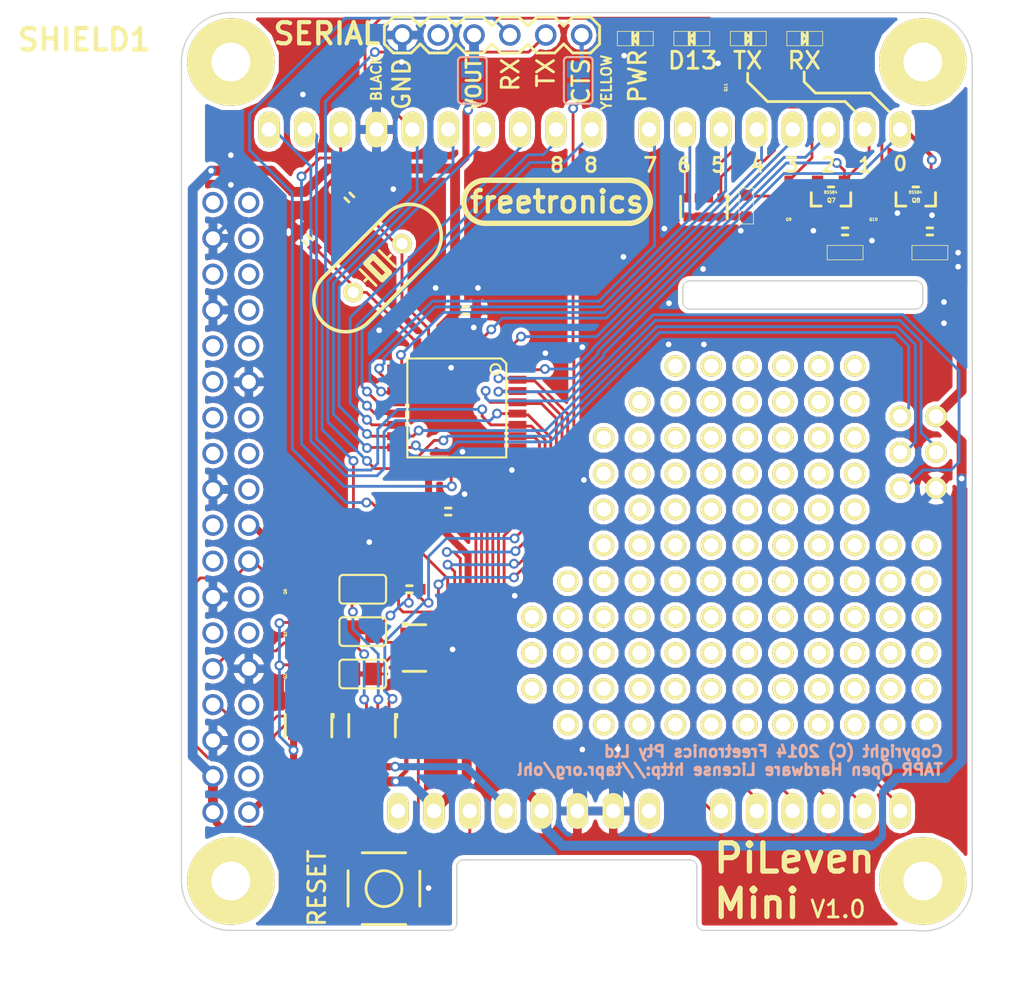
<source format=kicad_pcb>
(kicad_pcb (version 4) (host pcbnew "(2014-11-09 BZR 5259)-product")
  (layers (0 F.Cu signal) (31 B.Cu signal) (34 B.Paste user) (35 F.Paste user) (36 B.SilkS user) (37 F.SilkS user) (38 B.Mask user) (39 F.Mask user) (44 Edge.Cuts user))
  (net 0 "")
  (net 1 "Net-(D1-PadK)")
  (net 2 "Net-(D1-PadA)")
  (net 3 "Net-(D2-PadK)")
  (net 4 "Net-(D2-PadA)")
  (net 5 "Net-(D3-PadK)")
  (net 6 "Net-(D3-PadA)")
  (net 7 GND)
  (net 8 "Net-(D4-PadA)")
  (net 9 /D3)
  (net 10 /D4)
  (net 11 +5V)
  (net 12 "Net-(C11-Pad1)")
  (net 13 "Net-(C10-Pad1)")
  (net 14 /D5)
  (net 15 /D6)
  (net 16 /D7)
  (net 17 /D8)
  (net 18 /D9)
  (net 19 /D10_~SS)
  (net 20 /D11_MOSI)
  (net 21 /D12_MISO)
  (net 22 /D13_SCK)
  (net 23 /AVR_AREF)
  (net 24 /A0)
  (net 25 /A1)
  (net 26 /A2)
  (net 27 /A3)
  (net 28 /A4_SDA)
  (net 29 /A5_SCL)
  (net 30 /AVR_RESET)
  (net 31 /D0_RX)
  (net 32 /D1_TX)
  (net 33 /D2)
  (net 34 +3.3V)
  (net 35 /PI_TX)
  (net 36 /PI_RTS)
  (net 37 /PI_RX)
  (net 38 /VOUT)
  (net 39 /AVR_RX)
  (net 40 /AVR_TX)
  (net 41 /CTS)
  (net 42 "Net-(Q1-PadD)")
  (net 43 "Net-(Q2-PadD)")
  (net 44 /CTS_5V)
  (net 45 "Net-(C13-Pad1)")
  (net 46 /CHARGE)
  (net 47 "Net-(C14-Pad1)")
  (net 48 /EXT_CTS)
  (module FT:1pin_prototyping (layer F.Cu) (at 157.48 113.03)
    (fp_text reference 1pin_prototyping hide)
    (fp_text value val** hide)
    (pad 1 thru_hole circle (at 0 0) (size 1.524 1.524) (drill 1.016) (layers *.Cu *.Mask F.SilkS))
  )
  (module FT:1pin_prototyping (layer F.Cu) (at 160.02 113.03)
    (fp_text reference 1pin_prototyping hide)
    (fp_text value val** hide)
    (pad 1 thru_hole circle (at 0 0) (size 1.524 1.524) (drill 1.016) (layers *.Cu *.Mask F.SilkS))
  )
  (module FT:1pin_prototyping (layer F.Cu) (at 162.56 113.03)
    (fp_text reference 1pin_prototyping hide)
    (fp_text value val** hide)
    (pad 1 thru_hole circle (at 0 0) (size 1.524 1.524) (drill 1.016) (layers *.Cu *.Mask F.SilkS))
  )
  (module FT:1pin_prototyping (layer F.Cu) (at 165.1 113.03)
    (fp_text reference 1pin_prototyping hide)
    (fp_text value val** hide)
    (pad 1 thru_hole circle (at 0 0) (size 1.524 1.524) (drill 1.016) (layers *.Cu *.Mask F.SilkS))
  )
  (module FT:1pin_prototyping (layer F.Cu) (at 170.18 113.03)
    (fp_text reference 1pin_prototyping hide)
    (fp_text value val** hide)
    (pad 1 thru_hole circle (at 0 0) (size 1.524 1.524) (drill 1.016) (layers *.Cu *.Mask F.SilkS))
  )
  (module FT:1pin_prototyping (layer F.Cu) (at 167.64 113.03)
    (fp_text reference 1pin_prototyping hide)
    (fp_text value val** hide)
    (pad 1 thru_hole circle (at 0 0) (size 1.524 1.524) (drill 1.016) (layers *.Cu *.Mask F.SilkS))
  )
  (module FT:1pin_prototyping (layer F.Cu) (at 167.64 115.57)
    (fp_text reference 1pin_prototyping hide)
    (fp_text value val** hide)
    (pad 1 thru_hole circle (at 0 0) (size 1.524 1.524) (drill 1.016) (layers *.Cu *.Mask F.SilkS))
  )
  (module FT:1pin_prototyping (layer F.Cu) (at 170.18 115.57)
    (fp_text reference 1pin_prototyping hide)
    (fp_text value val** hide)
    (pad 1 thru_hole circle (at 0 0) (size 1.524 1.524) (drill 1.016) (layers *.Cu *.Mask F.SilkS))
  )
  (module FT:1pin_prototyping (layer F.Cu) (at 165.1 115.57)
    (fp_text reference 1pin_prototyping hide)
    (fp_text value val** hide)
    (pad 1 thru_hole circle (at 0 0) (size 1.524 1.524) (drill 1.016) (layers *.Cu *.Mask F.SilkS))
  )
  (module FT:1pin_prototyping (layer F.Cu) (at 162.56 115.57)
    (fp_text reference 1pin_prototyping hide)
    (fp_text value val** hide)
    (pad 1 thru_hole circle (at 0 0) (size 1.524 1.524) (drill 1.016) (layers *.Cu *.Mask F.SilkS))
  )
  (module FT:1pin_prototyping (layer F.Cu) (at 160.02 115.57)
    (fp_text reference 1pin_prototyping hide)
    (fp_text value val** hide)
    (pad 1 thru_hole circle (at 0 0) (size 1.524 1.524) (drill 1.016) (layers *.Cu *.Mask F.SilkS))
  )
  (module FT:1pin_prototyping (layer F.Cu) (at 154.94 115.57)
    (fp_text reference 1pin_prototyping hide)
    (fp_text value val** hide)
    (pad 1 thru_hole circle (at 0 0) (size 1.524 1.524) (drill 1.016) (layers *.Cu *.Mask F.SilkS))
  )
  (module FT:1pin_prototyping (layer F.Cu) (at 157.48 115.57)
    (fp_text reference 1pin_prototyping hide)
    (fp_text value val** hide)
    (pad 1 thru_hole circle (at 0 0) (size 1.524 1.524) (drill 1.016) (layers *.Cu *.Mask F.SilkS))
  )
  (module FT:1pin_prototyping (layer F.Cu) (at 167.64 120.65)
    (fp_text reference 1pin_prototyping hide)
    (fp_text value val** hide)
    (pad 1 thru_hole circle (at 0 0) (size 1.524 1.524) (drill 1.016) (layers *.Cu *.Mask F.SilkS))
  )
  (module FT:1pin_prototyping (layer F.Cu) (at 170.18 120.65)
    (fp_text reference 1pin_prototyping hide)
    (fp_text value val** hide)
    (pad 1 thru_hole circle (at 0 0) (size 1.524 1.524) (drill 1.016) (layers *.Cu *.Mask F.SilkS))
  )
  (module FT:1pin_prototyping (layer F.Cu) (at 165.1 120.65)
    (fp_text reference 1pin_prototyping hide)
    (fp_text value val** hide)
    (pad 1 thru_hole circle (at 0 0) (size 1.524 1.524) (drill 1.016) (layers *.Cu *.Mask F.SilkS))
  )
  (module FT:1pin_prototyping (layer F.Cu) (at 162.56 120.65)
    (fp_text reference 1pin_prototyping hide)
    (fp_text value val** hide)
    (pad 1 thru_hole circle (at 0 0) (size 1.524 1.524) (drill 1.016) (layers *.Cu *.Mask F.SilkS))
  )
  (module FT:1pin_prototyping (layer F.Cu) (at 160.02 120.65)
    (fp_text reference 1pin_prototyping hide)
    (fp_text value val** hide)
    (pad 1 thru_hole circle (at 0 0) (size 1.524 1.524) (drill 1.016) (layers *.Cu *.Mask F.SilkS))
  )
  (module FT:1pin_prototyping (layer F.Cu) (at 152.4 120.65)
    (fp_text reference 1pin_prototyping hide)
    (fp_text value val** hide)
    (pad 1 thru_hole circle (at 0 0) (size 1.524 1.524) (drill 1.016) (layers *.Cu *.Mask F.SilkS))
  )
  (module FT:1pin_prototyping (layer F.Cu) (at 154.94 120.65)
    (fp_text reference 1pin_prototyping hide)
    (fp_text value val** hide)
    (pad 1 thru_hole circle (at 0 0) (size 1.524 1.524) (drill 1.016) (layers *.Cu *.Mask F.SilkS))
  )
  (module FT:1pin_prototyping (layer F.Cu) (at 157.48 120.65)
    (fp_text reference 1pin_prototyping hide)
    (fp_text value val** hide)
    (pad 1 thru_hole circle (at 0 0) (size 1.524 1.524) (drill 1.016) (layers *.Cu *.Mask F.SilkS))
  )
  (module FT:1pin_prototyping (layer F.Cu) (at 157.48 118.11)
    (fp_text reference 1pin_prototyping hide)
    (fp_text value val** hide)
    (pad 1 thru_hole circle (at 0 0) (size 1.524 1.524) (drill 1.016) (layers *.Cu *.Mask F.SilkS))
  )
  (module FT:1pin_prototyping (layer F.Cu) (at 154.94 118.11)
    (fp_text reference 1pin_prototyping hide)
    (fp_text value val** hide)
    (pad 1 thru_hole circle (at 0 0) (size 1.524 1.524) (drill 1.016) (layers *.Cu *.Mask F.SilkS))
  )
  (module FT:1pin_prototyping (layer F.Cu) (at 152.4 118.11)
    (fp_text reference 1pin_prototyping hide)
    (fp_text value val** hide)
    (pad 1 thru_hole circle (at 0 0) (size 1.524 1.524) (drill 1.016) (layers *.Cu *.Mask F.SilkS))
  )
  (module FT:1pin_prototyping (layer F.Cu) (at 160.02 118.11)
    (fp_text reference 1pin_prototyping hide)
    (fp_text value val** hide)
    (pad 1 thru_hole circle (at 0 0) (size 1.524 1.524) (drill 1.016) (layers *.Cu *.Mask F.SilkS))
  )
  (module FT:1pin_prototyping (layer F.Cu) (at 162.56 118.11)
    (fp_text reference 1pin_prototyping hide)
    (fp_text value val** hide)
    (pad 1 thru_hole circle (at 0 0) (size 1.524 1.524) (drill 1.016) (layers *.Cu *.Mask F.SilkS))
  )
  (module FT:1pin_prototyping (layer F.Cu) (at 165.1 118.11)
    (fp_text reference 1pin_prototyping hide)
    (fp_text value val** hide)
    (pad 1 thru_hole circle (at 0 0) (size 1.524 1.524) (drill 1.016) (layers *.Cu *.Mask F.SilkS))
  )
  (module FT:1pin_prototyping (layer F.Cu) (at 170.18 118.11)
    (fp_text reference 1pin_prototyping hide)
    (fp_text value val** hide)
    (pad 1 thru_hole circle (at 0 0) (size 1.524 1.524) (drill 1.016) (layers *.Cu *.Mask F.SilkS))
  )
  (module FT:1pin_prototyping (layer F.Cu) (at 167.64 118.11)
    (fp_text reference 1pin_prototyping hide)
    (fp_text value val** hide)
    (pad 1 thru_hole circle (at 0 0) (size 1.524 1.524) (drill 1.016) (layers *.Cu *.Mask F.SilkS))
  )
  (module FT:1pin_prototyping (layer F.Cu) (at 167.64 123.19)
    (fp_text reference 1pin_prototyping hide)
    (fp_text value val** hide)
    (pad 1 thru_hole circle (at 0 0) (size 1.524 1.524) (drill 1.016) (layers *.Cu *.Mask F.SilkS))
  )
  (module FT:1pin_prototyping (layer F.Cu) (at 170.18 123.19)
    (fp_text reference 1pin_prototyping hide)
    (fp_text value val** hide)
    (pad 1 thru_hole circle (at 0 0) (size 1.524 1.524) (drill 1.016) (layers *.Cu *.Mask F.SilkS))
  )
  (module FT:1pin_prototyping (layer F.Cu) (at 165.1 123.19)
    (fp_text reference 1pin_prototyping hide)
    (fp_text value val** hide)
    (pad 1 thru_hole circle (at 0 0) (size 1.524 1.524) (drill 1.016) (layers *.Cu *.Mask F.SilkS))
  )
  (module FT:1pin_prototyping (layer F.Cu) (at 162.56 123.19)
    (fp_text reference 1pin_prototyping hide)
    (fp_text value val** hide)
    (pad 1 thru_hole circle (at 0 0) (size 1.524 1.524) (drill 1.016) (layers *.Cu *.Mask F.SilkS))
  )
  (module FT:1pin_prototyping (layer F.Cu) (at 160.02 123.19)
    (fp_text reference 1pin_prototyping hide)
    (fp_text value val** hide)
    (pad 1 thru_hole circle (at 0 0) (size 1.524 1.524) (drill 1.016) (layers *.Cu *.Mask F.SilkS))
  )
  (module FT:1pin_prototyping (layer F.Cu) (at 152.4 123.19)
    (fp_text reference 1pin_prototyping hide)
    (fp_text value val** hide)
    (pad 1 thru_hole circle (at 0 0) (size 1.524 1.524) (drill 1.016) (layers *.Cu *.Mask F.SilkS))
  )
  (module FT:1pin_prototyping (layer F.Cu) (at 154.94 123.19)
    (fp_text reference 1pin_prototyping hide)
    (fp_text value val** hide)
    (pad 1 thru_hole circle (at 0 0) (size 1.524 1.524) (drill 1.016) (layers *.Cu *.Mask F.SilkS))
  )
  (module FT:1pin_prototyping (layer F.Cu) (at 157.48 123.19)
    (fp_text reference 1pin_prototyping hide)
    (fp_text value val** hide)
    (pad 1 thru_hole circle (at 0 0) (size 1.524 1.524) (drill 1.016) (layers *.Cu *.Mask F.SilkS))
  )
  (module FT:1pin_prototyping (layer F.Cu) (at 157.48 125.73)
    (fp_text reference 1pin_prototyping hide)
    (fp_text value val** hide)
    (pad 1 thru_hole circle (at 0 0) (size 1.524 1.524) (drill 1.016) (layers *.Cu *.Mask F.SilkS))
  )
  (module FT:1pin_prototyping (layer F.Cu) (at 154.94 125.73)
    (fp_text reference 1pin_prototyping hide)
    (fp_text value val** hide)
    (pad 1 thru_hole circle (at 0 0) (size 1.524 1.524) (drill 1.016) (layers *.Cu *.Mask F.SilkS))
  )
  (module FT:1pin_prototyping (layer F.Cu) (at 152.4 125.73)
    (fp_text reference 1pin_prototyping hide)
    (fp_text value val** hide)
    (pad 1 thru_hole circle (at 0 0) (size 1.524 1.524) (drill 1.016) (layers *.Cu *.Mask F.SilkS))
  )
  (module FT:1pin_prototyping (layer F.Cu) (at 160.02 125.73)
    (fp_text reference 1pin_prototyping hide)
    (fp_text value val** hide)
    (pad 1 thru_hole circle (at 0 0) (size 1.524 1.524) (drill 1.016) (layers *.Cu *.Mask F.SilkS))
  )
  (module FT:1pin_prototyping (layer F.Cu) (at 162.56 125.73)
    (fp_text reference 1pin_prototyping hide)
    (fp_text value val** hide)
    (pad 1 thru_hole circle (at 0 0) (size 1.524 1.524) (drill 1.016) (layers *.Cu *.Mask F.SilkS))
  )
  (module FT:1pin_prototyping (layer F.Cu) (at 165.1 125.73)
    (fp_text reference 1pin_prototyping hide)
    (fp_text value val** hide)
    (pad 1 thru_hole circle (at 0 0) (size 1.524 1.524) (drill 1.016) (layers *.Cu *.Mask F.SilkS))
  )
  (module FT:1pin_prototyping (layer F.Cu) (at 172.72 125.73)
    (fp_text reference 1pin_prototyping hide)
    (fp_text value val** hide)
    (pad 1 thru_hole circle (at 0 0) (size 1.524 1.524) (drill 1.016) (layers *.Cu *.Mask F.SilkS))
  )
  (module FT:1pin_prototyping (layer F.Cu) (at 170.18 125.73)
    (fp_text reference 1pin_prototyping hide)
    (fp_text value val** hide)
    (pad 1 thru_hole circle (at 0 0) (size 1.524 1.524) (drill 1.016) (layers *.Cu *.Mask F.SilkS))
  )
  (module FT:1pin_prototyping (layer F.Cu) (at 167.64 125.73)
    (fp_text reference 1pin_prototyping hide)
    (fp_text value val** hide)
    (pad 1 thru_hole circle (at 0 0) (size 1.524 1.524) (drill 1.016) (layers *.Cu *.Mask F.SilkS))
  )
  (module FT:1pin_prototyping (layer F.Cu) (at 175.26 125.73)
    (fp_text reference 1pin_prototyping hide)
    (fp_text value val** hide)
    (pad 1 thru_hole circle (at 0 0) (size 1.524 1.524) (drill 1.016) (layers *.Cu *.Mask F.SilkS))
  )
  (module FT:1pin_prototyping (layer F.Cu) (at 152.4 138.43)
    (fp_text reference 1pin_prototyping hide)
    (fp_text value val** hide)
    (pad 1 thru_hole circle (at 0 0) (size 1.524 1.524) (drill 1.016) (layers *.Cu *.Mask F.SilkS))
  )
  (module FT:1pin_prototyping (layer F.Cu) (at 149.86 138.43)
    (fp_text reference 1pin_prototyping hide)
    (fp_text value val** hide)
    (pad 1 thru_hole circle (at 0 0) (size 1.524 1.524) (drill 1.016) (layers *.Cu *.Mask F.SilkS))
  )
  (module FT:1pin_prototyping (layer F.Cu) (at 154.94 138.43)
    (fp_text reference 1pin_prototyping hide)
    (fp_text value val** hide)
    (pad 1 thru_hole circle (at 0 0) (size 1.524 1.524) (drill 1.016) (layers *.Cu *.Mask F.SilkS))
  )
  (module FT:1pin_prototyping (layer F.Cu) (at 157.48 138.43)
    (fp_text reference 1pin_prototyping hide)
    (fp_text value val** hide)
    (pad 1 thru_hole circle (at 0 0) (size 1.524 1.524) (drill 1.016) (layers *.Cu *.Mask F.SilkS))
  )
  (module FT:1pin_prototyping (layer F.Cu) (at 165.1 138.43)
    (fp_text reference 1pin_prototyping hide)
    (fp_text value val** hide)
    (pad 1 thru_hole circle (at 0 0) (size 1.524 1.524) (drill 1.016) (layers *.Cu *.Mask F.SilkS))
  )
  (module FT:1pin_prototyping (layer F.Cu) (at 162.56 138.43)
    (fp_text reference 1pin_prototyping hide)
    (fp_text value val** hide)
    (pad 1 thru_hole circle (at 0 0) (size 1.524 1.524) (drill 1.016) (layers *.Cu *.Mask F.SilkS))
  )
  (module FT:1pin_prototyping (layer F.Cu) (at 160.02 138.43)
    (fp_text reference 1pin_prototyping hide)
    (fp_text value val** hide)
    (pad 1 thru_hole circle (at 0 0) (size 1.524 1.524) (drill 1.016) (layers *.Cu *.Mask F.SilkS))
  )
  (module FT:1pin_prototyping (layer F.Cu) (at 167.64 138.43)
    (fp_text reference 1pin_prototyping hide)
    (fp_text value val** hide)
    (pad 1 thru_hole circle (at 0 0) (size 1.524 1.524) (drill 1.016) (layers *.Cu *.Mask F.SilkS))
  )
  (module FT:1pin_prototyping (layer F.Cu) (at 170.18 138.43)
    (fp_text reference 1pin_prototyping hide)
    (fp_text value val** hide)
    (pad 1 thru_hole circle (at 0 0) (size 1.524 1.524) (drill 1.016) (layers *.Cu *.Mask F.SilkS))
  )
  (module FT:1pin_prototyping (layer F.Cu) (at 172.72 138.43)
    (fp_text reference 1pin_prototyping hide)
    (fp_text value val** hide)
    (pad 1 thru_hole circle (at 0 0) (size 1.524 1.524) (drill 1.016) (layers *.Cu *.Mask F.SilkS))
  )
  (module FT:1pin_prototyping (layer F.Cu) (at 175.26 138.43)
    (fp_text reference 1pin_prototyping hide)
    (fp_text value val** hide)
    (pad 1 thru_hole circle (at 0 0) (size 1.524 1.524) (drill 1.016) (layers *.Cu *.Mask F.SilkS))
  )
  (module FT:1pin_prototyping (layer F.Cu) (at 147.32 135.89)
    (fp_text reference 1pin_prototyping hide)
    (fp_text value val** hide)
    (pad 1 thru_hole circle (at 0 0) (size 1.524 1.524) (drill 1.016) (layers *.Cu *.Mask F.SilkS))
  )
  (module FT:ARDUINO_SHIELD (layer F.Cu) (at 109.9 147.08)
    (fp_text reference SHIELD1 (at 5.715 -57.15) (layer F.SilkS) (effects (font (thickness 0.3048))))
    (fp_text value ARDUINO_SHIELD hide)
    (pad AD5 thru_hole oval (at 63.5 -2.54 90) (size 2.54 1.524) (drill 1.016) (layers *.Cu *.Mask F.SilkS) (net 29 /A5_SCL))
    (pad AD4 thru_hole oval (at 60.96 -2.54 90) (size 2.54 1.524) (drill 1.016) (layers *.Cu *.Mask F.SilkS) (net 28 /A4_SDA))
    (pad AD3 thru_hole oval (at 58.42 -2.54 90) (size 2.54 1.524) (drill 1.016) (layers *.Cu *.Mask F.SilkS) (net 27 /A3))
    (pad AD0 thru_hole oval (at 50.8 -2.54 90) (size 2.54 1.524) (drill 1.016) (layers *.Cu *.Mask F.SilkS) (net 24 /A0))
    (pad AD1 thru_hole oval (at 53.34 -2.54 90) (size 2.54 1.524) (drill 1.016) (layers *.Cu *.Mask F.SilkS) (net 25 /A1))
    (pad AD2 thru_hole oval (at 55.88 -2.54 90) (size 2.54 1.524) (drill 1.016) (layers *.Cu *.Mask F.SilkS) (net 26 /A2))
    (pad V_IN thru_hole oval (at 45.72 -2.54 90) (size 2.54 1.524) (drill 1.016) (layers *.Cu *.Mask F.SilkS))
    (pad GND2 thru_hole oval (at 43.18 -2.54 90) (size 2.54 1.524) (drill 1.016) (layers *.Cu *.Mask F.SilkS) (net 7 GND))
    (pad GND1 thru_hole oval (at 40.64 -2.54 90) (size 2.54 1.524) (drill 1.016) (layers *.Cu *.Mask F.SilkS) (net 7 GND))
    (pad 3V3 thru_hole oval (at 35.56 -2.54 90) (size 2.54 1.524) (drill 1.016) (layers *.Cu *.Mask F.SilkS) (net 34 +3.3V))
    (pad RST thru_hole oval (at 33.02 -2.54 90) (size 2.54 1.524) (drill 1.016) (layers *.Cu *.Mask F.SilkS) (net 30 /AVR_RESET))
    (pad 0 thru_hole oval (at 63.5 -50.8 90) (size 2.54 1.524) (drill 1.016) (layers *.Cu *.Mask F.SilkS) (net 31 /D0_RX))
    (pad 1 thru_hole oval (at 60.96 -50.8 90) (size 2.54 1.524) (drill 1.016) (layers *.Cu *.Mask F.SilkS) (net 32 /D1_TX))
    (pad 2 thru_hole oval (at 58.42 -50.8 90) (size 2.54 1.524) (drill 1.016) (layers *.Cu *.Mask F.SilkS) (net 33 /D2))
    (pad 3 thru_hole oval (at 55.88 -50.8 90) (size 2.54 1.524) (drill 1.016) (layers *.Cu *.Mask F.SilkS) (net 9 /D3))
    (pad 4 thru_hole oval (at 53.34 -50.8 90) (size 2.54 1.524) (drill 1.016) (layers *.Cu *.Mask F.SilkS) (net 10 /D4))
    (pad 5 thru_hole oval (at 50.8 -50.8 90) (size 2.54 1.524) (drill 1.016) (layers *.Cu *.Mask F.SilkS) (net 14 /D5))
    (pad 6 thru_hole oval (at 48.26 -50.8 90) (size 2.54 1.524) (drill 1.016) (layers *.Cu *.Mask F.SilkS) (net 15 /D6))
    (pad 7 thru_hole oval (at 45.72 -50.8 90) (size 2.54 1.524) (drill 1.016) (layers *.Cu *.Mask F.SilkS) (net 16 /D7))
    (pad 8 thru_hole oval (at 41.656 -50.8 90) (size 2.54 1.524) (drill 1.016) (layers *.Cu *.Mask F.SilkS) (net 17 /D8))
    (pad 9 thru_hole oval (at 39.116 -50.8 90) (size 2.54 1.524) (drill 1.016) (layers *.Cu *.Mask F.SilkS) (net 18 /D9))
    (pad 10 thru_hole oval (at 36.576 -50.8 90) (size 2.54 1.524) (drill 1.016) (layers *.Cu *.Mask F.SilkS) (net 19 /D10_~SS))
    (pad 11 thru_hole oval (at 34.036 -50.8 90) (size 2.54 1.524) (drill 1.016) (layers *.Cu *.Mask F.SilkS) (net 20 /D11_MOSI))
    (pad 12 thru_hole oval (at 31.496 -50.8 90) (size 2.54 1.524) (drill 1.016) (layers *.Cu *.Mask F.SilkS) (net 21 /D12_MISO))
    (pad 13 thru_hole oval (at 28.956 -50.8 90) (size 2.54 1.524) (drill 1.016) (layers *.Cu *.Mask F.SilkS) (net 22 /D13_SCK))
    (pad GND3 thru_hole oval (at 26.416 -50.8 90) (size 2.54 1.524) (drill 1.016) (layers *.Cu *.Mask F.SilkS) (net 7 GND))
    (pad AREF thru_hole oval (at 23.876 -50.8 90) (size 2.54 1.524) (drill 1.016) (layers *.Cu *.Mask F.SilkS) (net 23 /AVR_AREF))
    (pad 5V thru_hole oval (at 38.1 -2.54 90) (size 2.54 1.524) (drill 1.016) (layers *.Cu *.Mask F.SilkS) (net 11 +5V))
    (pad SDA thru_hole oval (at 21.336 -50.8 90) (size 2.54 1.524) (drill 1.016) (layers *.Cu *.Mask F.SilkS) (net 28 /A4_SDA))
    (pad SCL thru_hole oval (at 18.796 -50.8 90) (size 2.54 1.524) (drill 1.016) (layers *.Cu *.Mask F.SilkS) (net 29 /A5_SCL))
    (pad IO_R thru_hole oval (at 30.48 -2.54 90) (size 2.54 1.524) (drill 1.016) (layers *.Cu *.Mask F.SilkS) (net 11 +5V))
    (pad NC thru_hole oval (at 27.94 -2.54 90) (size 2.54 1.524) (drill 1.016) (layers *.Cu *.Mask F.SilkS))
    (pad SP1 thru_hole circle (at 63.5 -30.48 90) (size 1.524 1.524) (drill 1.016) (layers *.Cu *.Mask F.SilkS) (net 21 /D12_MISO))
    (pad SP2 thru_hole circle (at 66.04 -30.48 90) (size 1.524 1.524) (drill 1.016) (layers *.Cu *.Mask F.SilkS) (net 11 +5V))
    (pad SP3 thru_hole circle (at 63.5 -27.94 90) (size 1.524 1.524) (drill 1.016) (layers *.Cu *.Mask F.SilkS) (net 22 /D13_SCK))
    (pad SP4 thru_hole circle (at 66.04 -27.94 90) (size 1.524 1.524) (drill 1.016) (layers *.Cu *.Mask F.SilkS) (net 20 /D11_MOSI))
    (pad SP5 thru_hole circle (at 63.5 -25.4 90) (size 1.524 1.524) (drill 1.016) (layers *.Cu *.Mask F.SilkS) (net 30 /AVR_RESET))
    (pad SP6 thru_hole circle (at 66.04 -25.4 90) (size 1.524 1.524) (drill 1.016) (layers *.Cu *.Mask F.SilkS) (net 7 GND))
  )
  (module FT:1pin_prototyping (layer F.Cu) (at 175.26 133.35)
    (fp_text reference 1pin_prototyping hide)
    (fp_text value val** hide)
    (pad 1 thru_hole circle (at 0 0) (size 1.524 1.524) (drill 1.016) (layers *.Cu *.Mask F.SilkS))
  )
  (module FT:1pin_prototyping (layer F.Cu) (at 175.26 135.89)
    (fp_text reference 1pin_prototyping hide)
    (fp_text value val** hide)
    (pad 1 thru_hole circle (at 0 0) (size 1.524 1.524) (drill 1.016) (layers *.Cu *.Mask F.SilkS))
  )
  (module FT:1pin_prototyping (layer F.Cu) (at 175.26 130.81)
    (fp_text reference 1pin_prototyping hide)
    (fp_text value val** hide)
    (pad 1 thru_hole circle (at 0 0) (size 1.524 1.524) (drill 1.016) (layers *.Cu *.Mask F.SilkS))
  )
  (module FT:1pin_prototyping (layer F.Cu) (at 175.26 128.27)
    (fp_text reference 1pin_prototyping hide)
    (fp_text value val** hide)
    (pad 1 thru_hole circle (at 0 0) (size 1.524 1.524) (drill 1.016) (layers *.Cu *.Mask F.SilkS))
  )
  (module FT:1pin_prototyping (layer F.Cu) (at 167.64 130.81)
    (fp_text reference 1pin_prototyping hide)
    (fp_text value val** hide)
    (pad 1 thru_hole circle (at 0 0) (size 1.524 1.524) (drill 1.016) (layers *.Cu *.Mask F.SilkS))
  )
  (module FT:1pin_prototyping (layer F.Cu) (at 167.64 128.27)
    (fp_text reference 1pin_prototyping hide)
    (fp_text value val** hide)
    (pad 1 thru_hole circle (at 0 0) (size 1.524 1.524) (drill 1.016) (layers *.Cu *.Mask F.SilkS))
  )
  (module FT:1pin_prototyping (layer F.Cu) (at 170.18 130.81)
    (fp_text reference 1pin_prototyping hide)
    (fp_text value val** hide)
    (pad 1 thru_hole circle (at 0 0) (size 1.524 1.524) (drill 1.016) (layers *.Cu *.Mask F.SilkS))
  )
  (module FT:1pin_prototyping (layer F.Cu) (at 170.18 128.27)
    (fp_text reference 1pin_prototyping hide)
    (fp_text value val** hide)
    (pad 1 thru_hole circle (at 0 0) (size 1.524 1.524) (drill 1.016) (layers *.Cu *.Mask F.SilkS))
  )
  (module FT:1pin_prototyping (layer F.Cu) (at 172.72 128.27)
    (fp_text reference 1pin_prototyping hide)
    (fp_text value val** hide)
    (pad 1 thru_hole circle (at 0 0) (size 1.524 1.524) (drill 1.016) (layers *.Cu *.Mask F.SilkS))
  )
  (module FT:1pin_prototyping (layer F.Cu) (at 172.72 130.81)
    (fp_text reference 1pin_prototyping hide)
    (fp_text value val** hide)
    (pad 1 thru_hole circle (at 0 0) (size 1.524 1.524) (drill 1.016) (layers *.Cu *.Mask F.SilkS))
  )
  (module FT:1pin_prototyping (layer F.Cu) (at 172.72 135.89)
    (fp_text reference 1pin_prototyping hide)
    (fp_text value val** hide)
    (pad 1 thru_hole circle (at 0 0) (size 1.524 1.524) (drill 1.016) (layers *.Cu *.Mask F.SilkS))
  )
  (module FT:1pin_prototyping (layer F.Cu) (at 172.72 133.35)
    (fp_text reference 1pin_prototyping hide)
    (fp_text value val** hide)
    (pad 1 thru_hole circle (at 0 0) (size 1.524 1.524) (drill 1.016) (layers *.Cu *.Mask F.SilkS))
  )
  (module FT:1pin_prototyping (layer F.Cu) (at 170.18 133.35)
    (fp_text reference 1pin_prototyping hide)
    (fp_text value val** hide)
    (pad 1 thru_hole circle (at 0 0) (size 1.524 1.524) (drill 1.016) (layers *.Cu *.Mask F.SilkS))
  )
  (module FT:1pin_prototyping (layer F.Cu) (at 170.18 135.89)
    (fp_text reference 1pin_prototyping hide)
    (fp_text value val** hide)
    (pad 1 thru_hole circle (at 0 0) (size 1.524 1.524) (drill 1.016) (layers *.Cu *.Mask F.SilkS))
  )
  (module FT:1pin_prototyping (layer F.Cu) (at 167.64 133.35)
    (fp_text reference 1pin_prototyping hide)
    (fp_text value val** hide)
    (pad 1 thru_hole circle (at 0 0) (size 1.524 1.524) (drill 1.016) (layers *.Cu *.Mask F.SilkS))
  )
  (module FT:1pin_prototyping (layer F.Cu) (at 167.64 135.89)
    (fp_text reference 1pin_prototyping hide)
    (fp_text value val** hide)
    (pad 1 thru_hole circle (at 0 0) (size 1.524 1.524) (drill 1.016) (layers *.Cu *.Mask F.SilkS))
  )
  (module FT:1pin_prototyping (layer F.Cu) (at 160.02 135.89)
    (fp_text reference 1pin_prototyping hide)
    (fp_text value val** hide)
    (pad 1 thru_hole circle (at 0 0) (size 1.524 1.524) (drill 1.016) (layers *.Cu *.Mask F.SilkS))
  )
  (module FT:1pin_prototyping (layer F.Cu) (at 160.02 133.35)
    (fp_text reference 1pin_prototyping hide)
    (fp_text value val** hide)
    (pad 1 thru_hole circle (at 0 0) (size 1.524 1.524) (drill 1.016) (layers *.Cu *.Mask F.SilkS))
  )
  (module FT:1pin_prototyping (layer F.Cu) (at 162.56 135.89)
    (fp_text reference 1pin_prototyping hide)
    (fp_text value val** hide)
    (pad 1 thru_hole circle (at 0 0) (size 1.524 1.524) (drill 1.016) (layers *.Cu *.Mask F.SilkS))
  )
  (module FT:1pin_prototyping (layer F.Cu) (at 162.56 133.35)
    (fp_text reference 1pin_prototyping hide)
    (fp_text value val** hide)
    (pad 1 thru_hole circle (at 0 0) (size 1.524 1.524) (drill 1.016) (layers *.Cu *.Mask F.SilkS))
  )
  (module FT:1pin_prototyping (layer F.Cu) (at 165.1 133.35)
    (fp_text reference 1pin_prototyping hide)
    (fp_text value val** hide)
    (pad 1 thru_hole circle (at 0 0) (size 1.524 1.524) (drill 1.016) (layers *.Cu *.Mask F.SilkS))
  )
  (module FT:1pin_prototyping (layer F.Cu) (at 165.1 135.89)
    (fp_text reference 1pin_prototyping hide)
    (fp_text value val** hide)
    (pad 1 thru_hole circle (at 0 0) (size 1.524 1.524) (drill 1.016) (layers *.Cu *.Mask F.SilkS))
  )
  (module FT:1pin_prototyping (layer F.Cu) (at 165.1 130.81)
    (fp_text reference 1pin_prototyping hide)
    (fp_text value val** hide)
    (pad 1 thru_hole circle (at 0 0) (size 1.524 1.524) (drill 1.016) (layers *.Cu *.Mask F.SilkS))
  )
  (module FT:1pin_prototyping (layer F.Cu) (at 165.1 128.27)
    (fp_text reference 1pin_prototyping hide)
    (fp_text value val** hide)
    (pad 1 thru_hole circle (at 0 0) (size 1.524 1.524) (drill 1.016) (layers *.Cu *.Mask F.SilkS))
  )
  (module FT:1pin_prototyping (layer F.Cu) (at 162.56 128.27)
    (fp_text reference 1pin_prototyping hide)
    (fp_text value val** hide)
    (pad 1 thru_hole circle (at 0 0) (size 1.524 1.524) (drill 1.016) (layers *.Cu *.Mask F.SilkS))
  )
  (module FT:1pin_prototyping (layer F.Cu) (at 162.56 130.81)
    (fp_text reference 1pin_prototyping hide)
    (fp_text value val** hide)
    (pad 1 thru_hole circle (at 0 0) (size 1.524 1.524) (drill 1.016) (layers *.Cu *.Mask F.SilkS))
  )
  (module FT:1pin_prototyping (layer F.Cu) (at 160.02 128.27)
    (fp_text reference 1pin_prototyping hide)
    (fp_text value val** hide)
    (pad 1 thru_hole circle (at 0 0) (size 1.524 1.524) (drill 1.016) (layers *.Cu *.Mask F.SilkS))
  )
  (module FT:1pin_prototyping (layer F.Cu) (at 160.02 130.81)
    (fp_text reference 1pin_prototyping hide)
    (fp_text value val** hide)
    (pad 1 thru_hole circle (at 0 0) (size 1.524 1.524) (drill 1.016) (layers *.Cu *.Mask F.SilkS))
  )
  (module FT:1pin_prototyping (layer F.Cu) (at 147.32 133.35)
    (fp_text reference 1pin_prototyping hide)
    (fp_text value val** hide)
    (pad 1 thru_hole circle (at 0 0) (size 1.524 1.524) (drill 1.016) (layers *.Cu *.Mask F.SilkS))
  )
  (module FT:1pin_prototyping (layer F.Cu) (at 147.32 130.81)
    (fp_text reference 1pin_prototyping hide)
    (fp_text value val** hide)
    (pad 1 thru_hole circle (at 0 0) (size 1.524 1.524) (drill 1.016) (layers *.Cu *.Mask F.SilkS))
  )
  (module FT:1pin_prototyping (layer F.Cu) (at 152.4 130.81)
    (fp_text reference 1pin_prototyping hide)
    (fp_text value val** hide)
    (pad 1 thru_hole circle (at 0 0) (size 1.524 1.524) (drill 1.016) (layers *.Cu *.Mask F.SilkS))
  )
  (module FT:1pin_prototyping (layer F.Cu) (at 152.4 128.27)
    (fp_text reference 1pin_prototyping hide)
    (fp_text value val** hide)
    (pad 1 thru_hole circle (at 0 0) (size 1.524 1.524) (drill 1.016) (layers *.Cu *.Mask F.SilkS))
  )
  (module FT:1pin_prototyping (layer F.Cu) (at 149.86 128.27)
    (fp_text reference 1pin_prototyping hide)
    (fp_text value val** hide)
    (pad 1 thru_hole circle (at 0 0) (size 1.524 1.524) (drill 1.016) (layers *.Cu *.Mask F.SilkS))
  )
  (module FT:1pin_prototyping (layer F.Cu) (at 149.86 130.81)
    (fp_text reference 1pin_prototyping hide)
    (fp_text value val** hide)
    (pad 1 thru_hole circle (at 0 0) (size 1.524 1.524) (drill 1.016) (layers *.Cu *.Mask F.SilkS))
  )
  (module FT:1pin_prototyping (layer F.Cu) (at 154.94 130.81)
    (fp_text reference 1pin_prototyping hide)
    (fp_text value val** hide)
    (pad 1 thru_hole circle (at 0 0) (size 1.524 1.524) (drill 1.016) (layers *.Cu *.Mask F.SilkS))
  )
  (module FT:1pin_prototyping (layer F.Cu) (at 154.94 128.27)
    (fp_text reference 1pin_prototyping hide)
    (fp_text value val** hide)
    (pad 1 thru_hole circle (at 0 0) (size 1.524 1.524) (drill 1.016) (layers *.Cu *.Mask F.SilkS))
  )
  (module FT:1pin_prototyping (layer F.Cu) (at 157.48 128.27)
    (fp_text reference 1pin_prototyping hide)
    (fp_text value val** hide)
    (pad 1 thru_hole circle (at 0 0) (size 1.524 1.524) (drill 1.016) (layers *.Cu *.Mask F.SilkS))
  )
  (module FT:1pin_prototyping (layer F.Cu) (at 157.48 130.81)
    (fp_text reference 1pin_prototyping hide)
    (fp_text value val** hide)
    (pad 1 thru_hole circle (at 0 0) (size 1.524 1.524) (drill 1.016) (layers *.Cu *.Mask F.SilkS))
  )
  (module FT:1pin_prototyping (layer F.Cu) (at 157.48 135.89)
    (fp_text reference 1pin_prototyping hide)
    (fp_text value val** hide)
    (pad 1 thru_hole circle (at 0 0) (size 1.524 1.524) (drill 1.016) (layers *.Cu *.Mask F.SilkS))
  )
  (module FT:1pin_prototyping (layer F.Cu) (at 157.48 133.35)
    (fp_text reference 1pin_prototyping hide)
    (fp_text value val** hide)
    (pad 1 thru_hole circle (at 0 0) (size 1.524 1.524) (drill 1.016) (layers *.Cu *.Mask F.SilkS))
  )
  (module FT:1pin_prototyping (layer F.Cu) (at 154.94 133.35)
    (fp_text reference 1pin_prototyping hide)
    (fp_text value val** hide)
    (pad 1 thru_hole circle (at 0 0) (size 1.524 1.524) (drill 1.016) (layers *.Cu *.Mask F.SilkS))
  )
  (module FT:1pin_prototyping (layer F.Cu) (at 154.94 135.89)
    (fp_text reference 1pin_prototyping hide)
    (fp_text value val** hide)
    (pad 1 thru_hole circle (at 0 0) (size 1.524 1.524) (drill 1.016) (layers *.Cu *.Mask F.SilkS))
  )
  (module FT:RASPBERRY_PI_HAT (layer F.Cu) (at 126 120.5 90)
    (fp_text reference J1 hide)
    (fp_text value RASPBERRY_PI_PLUS_CON hide)
    (pad 1 thru_hole oval (at -24.13 1.27 90) (size 1.5 1.5) (drill 1) (layers *.Cu *.Mask) (net 34 +3.3V))
    (pad 2 thru_hole oval (at -24.13 -1.27 90) (size 1.5 1.5) (drill 1) (layers *.Cu *.Mask) (net 11 +5V))
    (pad 3 thru_hole oval (at -21.59 1.27 90) (size 1.5 1.5) (drill 1) (layers *.Cu *.Mask))
    (pad 4 thru_hole oval (at -21.59 -1.27 90) (size 1.5 1.5) (drill 1) (layers *.Cu *.Mask) (net 11 +5V))
    (pad 5 thru_hole oval (at -19.05 1.27 90) (size 1.5 1.5) (drill 1) (layers *.Cu *.Mask))
    (pad 6 thru_hole oval (at -19.05 -1.27 90) (size 1.5 1.5) (drill 1) (layers *.Cu *.Mask) (net 7 GND))
    (pad 7 thru_hole oval (at -16.51 1.27 90) (size 1.5 1.5) (drill 1) (layers *.Cu *.Mask))
    (pad 8 thru_hole oval (at -16.51 -1.27 90) (size 1.5 1.5) (drill 1) (layers *.Cu *.Mask) (net 35 /PI_TX))
    (pad 9 thru_hole oval (at -13.97 1.27 90) (size 1.5 1.5) (drill 1) (layers *.Cu *.Mask) (net 7 GND))
    (pad 10 thru_hole oval (at -13.97 -1.27 90) (size 1.5 1.5) (drill 1) (layers *.Cu *.Mask) (net 37 /PI_RX))
    (pad 11 thru_hole oval (at -11.43 1.27 90) (size 1.5 1.5) (drill 1) (layers *.Cu *.Mask))
    (pad 12 thru_hole oval (at -11.43 -1.27 90) (size 1.5 1.5) (drill 1) (layers *.Cu *.Mask))
    (pad 13 thru_hole oval (at -8.89 1.27 90) (size 1.5 1.5) (drill 1) (layers *.Cu *.Mask))
    (pad 14 thru_hole oval (at -8.89 -1.27 90) (size 1.5 1.5) (drill 1) (layers *.Cu *.Mask) (net 7 GND))
    (pad 15 thru_hole oval (at -6.35 1.27 90) (size 1.5 1.5) (drill 1) (layers *.Cu *.Mask) (net 36 /PI_RTS))
    (pad 16 thru_hole oval (at -6.35 -1.27 90) (size 1.5 1.5) (drill 1) (layers *.Cu *.Mask))
    (pad 17 thru_hole oval (at -3.81 1.27 90) (size 1.5 1.5) (drill 1) (layers *.Cu *.Mask) (net 34 +3.3V))
    (pad 18 thru_hole oval (at -3.81 -1.27 90) (size 1.5 1.5) (drill 1) (layers *.Cu *.Mask))
    (pad 19 thru_hole oval (at -1.27 1.27 90) (size 1.5 1.5) (drill 1) (layers *.Cu *.Mask))
    (pad 20 thru_hole oval (at -1.27 -1.27 90) (size 1.5 1.5) (drill 1) (layers *.Cu *.Mask) (net 7 GND))
    (pad 21 thru_hole oval (at 1.27 1.27 90) (size 1.5 1.5) (drill 1) (layers *.Cu *.Mask))
    (pad 22 thru_hole oval (at 1.27 -1.27 90) (size 1.5 1.5) (drill 1) (layers *.Cu *.Mask))
    (pad 23 thru_hole oval (at 3.81 1.27 90) (size 1.5 1.5) (drill 1) (layers *.Cu *.Mask))
    (pad 24 thru_hole oval (at 3.81 -1.27 90) (size 1.5 1.5) (drill 1) (layers *.Cu *.Mask))
    (pad 25 thru_hole oval (at 6.35 1.27 90) (size 1.5 1.5) (drill 1) (layers *.Cu *.Mask) (net 7 GND))
    (pad 26 thru_hole oval (at 6.35 -1.27 90) (size 1.5 1.5) (drill 1) (layers *.Cu *.Mask))
    (pad 27 thru_hole oval (at 8.89 1.27 90) (size 1.5 1.5) (drill 1) (layers *.Cu *.Mask))
    (pad 28 thru_hole oval (at 8.89 -1.27 90) (size 1.5 1.5) (drill 1) (layers *.Cu *.Mask))
    (pad 29 thru_hole oval (at 11.43 1.27 90) (size 1.5 1.5) (drill 1) (layers *.Cu *.Mask))
    (pad 30 thru_hole oval (at 11.43 -1.27 90) (size 1.5 1.5) (drill 1) (layers *.Cu *.Mask) (net 7 GND))
    (pad 31 thru_hole oval (at 13.97 1.27 90) (size 1.5 1.5) (drill 1) (layers *.Cu *.Mask))
    (pad 32 thru_hole oval (at 13.97 -1.27 90) (size 1.5 1.5) (drill 1) (layers *.Cu *.Mask))
    (pad 33 thru_hole oval (at 16.51 1.27 90) (size 1.5 1.5) (drill 1) (layers *.Cu *.Mask))
    (pad 34 thru_hole oval (at 16.51 -1.27 90) (size 1.5 1.5) (drill 1) (layers *.Cu *.Mask) (net 7 GND))
    (pad 35 thru_hole oval (at 19.05 1.27 90) (size 1.5 1.5) (drill 1) (layers *.Cu *.Mask))
    (pad 36 thru_hole oval (at 19.05 -1.27 90) (size 1.5 1.5) (drill 1) (layers *.Cu *.Mask))
    (pad "" np_thru_hole circle (at 29 0 90) (size 6.2 6.2) (drill 2.75) (layers *.Cu *.Mask F.SilkS))
    (pad "" np_thru_hole circle (at -29 0 90) (size 6.2 6.2) (drill 2.75) (layers *.Cu *.Mask F.SilkS))
    (pad "" np_thru_hole circle (at -29 49 90) (size 6.2 6.2) (drill 2.75) (layers *.Cu *.Mask F.SilkS))
    (pad "" np_thru_hole circle (at 29 49 90) (size 6.2 6.2) (drill 2.75) (layers *.Cu *.Mask F.SilkS))
  )
  (module FT:LED-0603 (layer F.Cu) (at 158.64 89.84 180)
    (fp_text reference D1)
    (fp_text value D13/RED hide)
    (pad K smd rect (at 0.762 0 180) (size 0.762 0.762) (layers F.Cu F.Paste F.Mask) (net 1 "Net-(D1-PadK)"))
    (pad A smd rect (at -0.762 0 180) (size 0.762 0.762) (layers F.Cu F.Paste F.Mask) (net 2 "Net-(D1-PadA)"))
  )
  (module FT:LED-0603 (layer F.Cu) (at 162.64 89.84)
    (fp_text reference D2)
    (fp_text value TX/YEL hide)
    (pad K smd rect (at 0.762 0) (size 0.762 0.762) (layers F.Cu F.Paste F.Mask) (net 3 "Net-(D2-PadK)"))
    (pad A smd rect (at -0.762 0) (size 0.762 0.762) (layers F.Cu F.Paste F.Mask) (net 4 "Net-(D2-PadA)"))
  )
  (module FT:LED-0603 (layer F.Cu) (at 166.64 89.84)
    (fp_text reference D3)
    (fp_text value RX/GRN hide)
    (pad K smd rect (at 0.762 0) (size 0.762 0.762) (layers F.Cu F.Paste F.Mask) (net 5 "Net-(D3-PadK)"))
    (pad A smd rect (at -0.762 0) (size 0.762 0.762) (layers F.Cu F.Paste F.Mask) (net 6 "Net-(D3-PadA)"))
  )
  (module FT:LED-0603 (layer F.Cu) (at 154.64 89.84 180)
    (fp_text reference D4)
    (fp_text value POW/BLUE hide)
    (pad K smd rect (at 0.762 0 180) (size 0.762 0.762) (layers F.Cu F.Paste F.Mask) (net 7 GND))
    (pad A smd rect (at -0.762 0 180) (size 0.762 0.762) (layers F.Cu F.Paste F.Mask) (net 8 "Net-(D4-PadA)"))
  )
  (module FT:TQFP32-08 (layer F.Cu) (at 142 116 270)
    (fp_text reference IC1)
    (fp_text value ATMEGA328P-A)
    (pad 1 smd rect (at -4.2926 -2.79908 270) (size 1.27 0.5588) (layers F.Cu F.Paste F.Mask) (net 9 /D3))
    (pad 2 smd rect (at -4.2926 -1.99898 270) (size 1.27 0.5588) (layers F.Cu F.Paste F.Mask) (net 10 /D4))
    (pad 3 smd rect (at -4.2926 -1.19888 270) (size 1.27 0.5588) (layers F.Cu F.Paste F.Mask) (net 7 GND))
    (pad 4 smd rect (at -4.2926 -0.39878 270) (size 1.27 0.5588) (layers F.Cu F.Paste F.Mask) (net 11 +5V))
    (pad 5 smd rect (at -4.2926 0.39878 270) (size 1.27 0.5588) (layers F.Cu F.Paste F.Mask) (net 7 GND))
    (pad 6 smd rect (at -4.2926 1.19888 270) (size 1.27 0.5588) (layers F.Cu F.Paste F.Mask) (net 11 +5V))
    (pad 7 smd rect (at -4.2926 1.99898 270) (size 1.27 0.5588) (layers F.Cu F.Paste F.Mask) (net 12 "Net-(C11-Pad1)"))
    (pad 8 smd rect (at -4.2926 2.79908 270) (size 1.27 0.5588) (layers F.Cu F.Paste F.Mask) (net 13 "Net-(C10-Pad1)"))
    (pad 9 smd rect (at -2.79908 4.2926 270) (size 0.5588 1.27) (layers F.Cu F.Paste F.Mask) (net 14 /D5))
    (pad 10 smd rect (at -1.99898 4.2926 270) (size 0.5588 1.27) (layers F.Cu F.Paste F.Mask) (net 15 /D6))
    (pad 11 smd rect (at -1.19888 4.2926 270) (size 0.5588 1.27) (layers F.Cu F.Paste F.Mask) (net 16 /D7))
    (pad 12 smd rect (at -0.39878 4.2926 270) (size 0.5588 1.27) (layers F.Cu F.Paste F.Mask) (net 17 /D8))
    (pad 13 smd rect (at 0.39878 4.2926 270) (size 0.5588 1.27) (layers F.Cu F.Paste F.Mask) (net 18 /D9))
    (pad 14 smd rect (at 1.19888 4.2926 270) (size 0.5588 1.27) (layers F.Cu F.Paste F.Mask) (net 19 /D10_~SS))
    (pad 15 smd rect (at 1.99898 4.2926 270) (size 0.5588 1.27) (layers F.Cu F.Paste F.Mask) (net 20 /D11_MOSI))
    (pad 16 smd rect (at 2.79908 4.2926 270) (size 0.5588 1.27) (layers F.Cu F.Paste F.Mask) (net 21 /D12_MISO))
    (pad 17 smd rect (at 4.2926 2.79908 270) (size 1.27 0.5588) (layers F.Cu F.Paste F.Mask) (net 22 /D13_SCK))
    (pad 18 smd rect (at 4.2926 1.99898 270) (size 1.27 0.5588) (layers F.Cu F.Paste F.Mask) (net 11 +5V))
    (pad 19 smd rect (at 4.2926 1.19888 270) (size 1.27 0.5588) (layers F.Cu F.Paste F.Mask))
    (pad 20 smd rect (at 4.2926 0.39878 270) (size 1.27 0.5588) (layers F.Cu F.Paste F.Mask) (net 23 /AVR_AREF))
    (pad 21 smd rect (at 4.2926 -0.39878 270) (size 1.27 0.5588) (layers F.Cu F.Paste F.Mask) (net 7 GND))
    (pad 22 smd rect (at 4.2926 -1.19888 270) (size 1.27 0.5588) (layers F.Cu F.Paste F.Mask))
    (pad 23 smd rect (at 4.2926 -1.99898 270) (size 1.27 0.5588) (layers F.Cu F.Paste F.Mask) (net 24 /A0))
    (pad 24 smd rect (at 4.2926 -2.79908 270) (size 1.27 0.5588) (layers F.Cu F.Paste F.Mask) (net 25 /A1))
    (pad 25 smd rect (at 2.79908 -4.2926 270) (size 0.5588 1.27) (layers F.Cu F.Paste F.Mask) (net 26 /A2))
    (pad 26 smd rect (at 1.99898 -4.2926 270) (size 0.5588 1.27) (layers F.Cu F.Paste F.Mask) (net 27 /A3))
    (pad 27 smd rect (at 1.19888 -4.2926 270) (size 0.5588 1.27) (layers F.Cu F.Paste F.Mask) (net 28 /A4_SDA))
    (pad 28 smd rect (at 0.39878 -4.2926 270) (size 0.5588 1.27) (layers F.Cu F.Paste F.Mask) (net 29 /A5_SCL))
    (pad 29 smd rect (at -0.39878 -4.2926 270) (size 0.5588 1.27) (layers F.Cu F.Paste F.Mask) (net 30 /AVR_RESET))
    (pad 30 smd rect (at -1.19888 -4.2926 270) (size 0.5588 1.27) (layers F.Cu F.Paste F.Mask) (net 31 /D0_RX))
    (pad 31 smd rect (at -1.99898 -4.2926 270) (size 0.5588 1.27) (layers F.Cu F.Paste F.Mask) (net 32 /D1_TX))
    (pad 32 smd rect (at -2.79908 -4.2926 270) (size 0.5588 1.27) (layers F.Cu F.Paste F.Mask) (net 33 /D2))
  )
  (module FT:1X06 (layer F.Cu) (at 138.14 89.59)
    (fp_text reference JP1 hide)
    (fp_text value M06 hide)
    (pad 1 thru_hole oval (at 0 0 90) (size 1.524 1.524) (drill 1.016) (layers *.Cu *.Mask) (net 7 GND))
    (pad 2 thru_hole oval (at 2.54 0 90) (size 1.524 1.524) (drill 1.016) (layers *.Cu *.Mask))
    (pad 3 thru_hole oval (at 5.08 0 90) (size 1.524 1.524) (drill 1.016) (layers *.Cu *.Mask) (net 38 /VOUT))
    (pad 4 thru_hole oval (at 7.62 0 90) (size 1.524 1.524) (drill 1.016) (layers *.Cu *.Mask) (net 39 /AVR_RX))
    (pad 5 thru_hole oval (at 10.16 0 90) (size 1.524 1.524) (drill 1.016) (layers *.Cu *.Mask) (net 40 /AVR_TX))
    (pad 6 thru_hole oval (at 12.7 0 90) (size 1.524 1.524) (drill 1.016) (layers *.Cu *.Mask) (net 41 /CTS))
  )
  (module FT:SOT323_MOSFET (layer F.Cu) (at 131.5 132 270)
    (fp_text reference Q1 (at 0 1.65 270) (layer F.SilkS) (effects (font (size 0.2 0.2) (thickness 0.05))))
    (fp_text value RJU003N03 hide)
    (pad S smd rect (at 0.65024 0.94996 90) (size 0.59944 1.00076) (layers F.Cu F.Paste F.Mask) (net 37 /PI_RX))
    (pad G smd rect (at -0.65024 0.94996 90) (size 0.59944 1.00076) (layers F.Cu F.Paste F.Mask) (net 34 +3.3V))
    (pad D smd rect (at 0 -0.94996 90) (size 0.59944 1.00076) (layers F.Cu F.Paste F.Mask) (net 42 "Net-(Q1-PadD)"))
  )
  (module FT:SOT323_MOSFET (layer F.Cu) (at 131.5 135 270)
    (fp_text reference Q2 (at 0 1.65 270) (layer F.SilkS) (effects (font (size 0.2 0.2) (thickness 0.05))))
    (fp_text value RJU003N03 hide)
    (pad S smd rect (at 0.65024 0.94996 90) (size 0.59944 1.00076) (layers F.Cu F.Paste F.Mask) (net 35 /PI_TX))
    (pad G smd rect (at -0.65024 0.94996 90) (size 0.59944 1.00076) (layers F.Cu F.Paste F.Mask) (net 34 +3.3V))
    (pad D smd rect (at 0 -0.94996 90) (size 0.59944 1.00076) (layers F.Cu F.Paste F.Mask) (net 43 "Net-(Q2-PadD)"))
  )
  (module FT:SOT323_MOSFET (layer F.Cu) (at 131.5 129 270)
    (fp_text reference Q6 (at 0 1.65 270) (layer F.SilkS) (effects (font (size 0.2 0.2) (thickness 0.05))))
    (fp_text value RJU003N03 hide)
    (pad S smd rect (at 0.65024 0.94996 90) (size 0.59944 1.00076) (layers F.Cu F.Paste F.Mask) (net 36 /PI_RTS))
    (pad G smd rect (at -0.65024 0.94996 90) (size 0.59944 1.00076) (layers F.Cu F.Paste F.Mask) (net 34 +3.3V))
    (pad D smd rect (at 0 -0.94996 90) (size 0.59944 1.00076) (layers F.Cu F.Paste F.Mask) (net 44 /CTS_5V))
  )
  (module FT:SOT23_MOSFET (layer F.Cu) (at 168.5 101 180)
    (fp_text reference Q7 (at -0.025 -0.3 180) (layer F.SilkS) (effects (font (size 0.3 0.3) (thickness 0.075))))
    (fp_text value BSS84 (at 0.025 0.275 180) (layer F.SilkS) (effects (font (size 0.2 0.2) (thickness 0.05))))
    (pad D smd rect (at 0 -1.09982 180) (size 0.8001 0.89916) (layers F.Cu F.Paste F.Mask) (net 45 "Net-(C13-Pad1)"))
    (pad G smd rect (at -0.94996 1.00076 180) (size 0.8001 0.89916) (layers F.Cu F.Paste F.Mask) (net 32 /D1_TX))
    (pad S smd rect (at 0.94996 1.00076 180) (size 0.8001 0.89916) (layers F.Cu F.Paste F.Mask) (net 46 /CHARGE))
  )
  (module FT:SOT23_MOSFET (layer F.Cu) (at 174.5 101 180)
    (fp_text reference Q8 (at -0.025 -0.3 180) (layer F.SilkS) (effects (font (size 0.3 0.3) (thickness 0.075))))
    (fp_text value BSS84 (at 0.025 0.275 180) (layer F.SilkS) (effects (font (size 0.2 0.2) (thickness 0.05))))
    (pad D smd rect (at 0 -1.09982 180) (size 0.8001 0.89916) (layers F.Cu F.Paste F.Mask) (net 47 "Net-(C14-Pad1)"))
    (pad G smd rect (at -0.94996 1.00076 180) (size 0.8001 0.89916) (layers F.Cu F.Paste F.Mask) (net 31 /D0_RX))
    (pad S smd rect (at 0.94996 1.00076 180) (size 0.8001 0.89916) (layers F.Cu F.Paste F.Mask) (net 46 /CHARGE))
  )
  (module FT:SOT323_MOSFET (layer F.Cu) (at 165.5 101)
    (fp_text reference Q9 (at 0 1.65) (layer F.SilkS) (effects (font (size 0.2 0.2) (thickness 0.05))))
    (fp_text value RJU003N03 hide)
    (pad S smd rect (at 0.65024 0.94996 180) (size 0.59944 1.00076) (layers F.Cu F.Paste F.Mask) (net 7 GND))
    (pad G smd rect (at -0.65024 0.94996 180) (size 0.59944 1.00076) (layers F.Cu F.Paste F.Mask) (net 45 "Net-(C13-Pad1)"))
    (pad D smd rect (at 0 -0.94996 180) (size 0.59944 1.00076) (layers F.Cu F.Paste F.Mask) (net 3 "Net-(D2-PadK)"))
  )
  (module FT:SOT323_MOSFET (layer F.Cu) (at 171.5 101)
    (fp_text reference Q10 (at 0 1.65) (layer F.SilkS) (effects (font (size 0.2 0.2) (thickness 0.05))))
    (fp_text value RJU003N03 hide)
    (pad S smd rect (at 0.65024 0.94996 180) (size 0.59944 1.00076) (layers F.Cu F.Paste F.Mask) (net 7 GND))
    (pad G smd rect (at -0.65024 0.94996 180) (size 0.59944 1.00076) (layers F.Cu F.Paste F.Mask) (net 47 "Net-(C14-Pad1)"))
    (pad D smd rect (at 0 -0.94996 180) (size 0.59944 1.00076) (layers F.Cu F.Paste F.Mask) (net 5 "Net-(D3-PadK)"))
  )
  (module FT:SOT323_MOSFET (layer F.Cu) (at 159.4 93.3 90)
    (fp_text reference Q11 (at 0 1.65 90) (layer F.SilkS) (effects (font (size 0.2 0.2) (thickness 0.05))))
    (fp_text value RJU003N03 hide)
    (pad S smd rect (at 0.65024 0.94996 270) (size 0.59944 1.00076) (layers F.Cu F.Paste F.Mask) (net 7 GND))
    (pad G smd rect (at -0.65024 0.94996 270) (size 0.59944 1.00076) (layers F.Cu F.Paste F.Mask) (net 22 /D13_SCK))
    (pad D smd rect (at 0 -0.94996 270) (size 0.59944 1.00076) (layers F.Cu F.Paste F.Mask) (net 1 "Net-(D1-PadK)"))
  )
  (module FT:RES_CAY16 (layer F.Cu) (at 131.5 138.5 180)
    (fp_text reference R4 hide)
    (fp_text value 10K hide)
    (pad 2 smd rect (at -1.19888 -0.67564 180) (size 0.50038 0.65024) (layers F.Cu F.Paste F.Mask))
    (pad 4 smd rect (at -0.39878 -0.67564 180) (size 0.50038 0.65024) (layers F.Cu F.Paste F.Mask) (net 34 +3.3V))
    (pad 8 smd rect (at 1.19888 -0.67564 180) (size 0.50038 0.65024) (layers F.Cu F.Paste F.Mask) (net 34 +3.3V))
    (pad 6 smd rect (at 0.39878 -0.67564 180) (size 0.50038 0.65024) (layers F.Cu F.Paste F.Mask) (net 34 +3.3V))
    (pad 5 smd rect (at 0.39878 0.67564 180) (size 0.50038 0.65024) (layers F.Cu F.Paste F.Mask) (net 37 /PI_RX))
    (pad 7 smd rect (at 1.19888 0.67564 180) (size 0.50038 0.65024) (layers F.Cu F.Paste F.Mask) (net 35 /PI_TX))
    (pad 3 smd rect (at -0.39878 0.67564 180) (size 0.50038 0.65024) (layers F.Cu F.Paste F.Mask) (net 36 /PI_RTS))
    (pad 1 smd rect (at -1.19888 0.67564 180) (size 0.50038 0.65024) (layers F.Cu F.Paste F.Mask))
  )
  (module FT:RES_CAY16 (layer F.Cu) (at 136 138.5 180)
    (fp_text reference R7 hide)
    (fp_text value 10K hide)
    (pad 2 smd rect (at -1.19888 -0.67564 180) (size 0.50038 0.65024) (layers F.Cu F.Paste F.Mask) (net 11 +5V))
    (pad 4 smd rect (at -0.39878 -0.67564 180) (size 0.50038 0.65024) (layers F.Cu F.Paste F.Mask) (net 11 +5V))
    (pad 8 smd rect (at 1.19888 -0.67564 180) (size 0.50038 0.65024) (layers F.Cu F.Paste F.Mask) (net 11 +5V))
    (pad 6 smd rect (at 0.39878 -0.67564 180) (size 0.50038 0.65024) (layers F.Cu F.Paste F.Mask) (net 11 +5V))
    (pad 5 smd rect (at 0.39878 0.67564 180) (size 0.50038 0.65024) (layers F.Cu F.Paste F.Mask) (net 42 "Net-(Q1-PadD)"))
    (pad 7 smd rect (at 1.19888 0.67564 180) (size 0.50038 0.65024) (layers F.Cu F.Paste F.Mask) (net 43 "Net-(Q2-PadD)"))
    (pad 3 smd rect (at -0.39878 0.67564 180) (size 0.50038 0.65024) (layers F.Cu F.Paste F.Mask) (net 44 /CTS_5V))
    (pad 1 smd rect (at -1.19888 0.67564 180) (size 0.50038 0.65024) (layers F.Cu F.Paste F.Mask) (net 30 /AVR_RESET))
  )
  (module FT:RES_CAY16 (layer F.Cu) (at 139 133 270)
    (fp_text reference R8 hide)
    (fp_text value 470 hide)
    (pad 2 smd rect (at -1.19888 -0.67564 270) (size 0.50038 0.65024) (layers F.Cu F.Paste F.Mask))
    (pad 4 smd rect (at -0.39878 -0.67564 270) (size 0.50038 0.65024) (layers F.Cu F.Paste F.Mask) (net 32 /D1_TX))
    (pad 8 smd rect (at 1.19888 -0.67564 270) (size 0.50038 0.65024) (layers F.Cu F.Paste F.Mask))
    (pad 6 smd rect (at 0.39878 -0.67564 270) (size 0.50038 0.65024) (layers F.Cu F.Paste F.Mask) (net 31 /D0_RX))
    (pad 5 smd rect (at 0.39878 0.67564 270) (size 0.50038 0.65024) (layers F.Cu F.Paste F.Mask) (net 39 /AVR_RX))
    (pad 7 smd rect (at 1.19888 0.67564 270) (size 0.50038 0.65024) (layers F.Cu F.Paste F.Mask))
    (pad 3 smd rect (at -0.39878 0.67564 270) (size 0.50038 0.65024) (layers F.Cu F.Paste F.Mask) (net 40 /AVR_TX))
    (pad 1 smd rect (at -1.19888 0.67564 270) (size 0.50038 0.65024) (layers F.Cu F.Paste F.Mask))
  )
  (module FT:RES_CAY16 (layer F.Cu) (at 159.5 101.8 180)
    (fp_text reference R9 hide)
    (fp_text value 1K hide)
    (pad 2 smd rect (at -1.19888 -0.67564 180) (size 0.50038 0.65024) (layers F.Cu F.Paste F.Mask) (net 11 +5V))
    (pad 4 smd rect (at -0.39878 -0.67564 180) (size 0.50038 0.65024) (layers F.Cu F.Paste F.Mask) (net 11 +5V))
    (pad 8 smd rect (at 1.19888 -0.67564 180) (size 0.50038 0.65024) (layers F.Cu F.Paste F.Mask) (net 11 +5V))
    (pad 6 smd rect (at 0.39878 -0.67564 180) (size 0.50038 0.65024) (layers F.Cu F.Paste F.Mask) (net 11 +5V))
    (pad 5 smd rect (at 0.39878 0.67564 180) (size 0.50038 0.65024) (layers F.Cu F.Paste F.Mask) (net 2 "Net-(D1-PadA)"))
    (pad 7 smd rect (at 1.19888 0.67564 180) (size 0.50038 0.65024) (layers F.Cu F.Paste F.Mask) (net 8 "Net-(D4-PadA)"))
    (pad 3 smd rect (at -0.39878 0.67564 180) (size 0.50038 0.65024) (layers F.Cu F.Paste F.Mask) (net 4 "Net-(D2-PadA)"))
    (pad 1 smd rect (at -1.19888 0.67564 180) (size 0.50038 0.65024) (layers F.Cu F.Paste F.Mask) (net 6 "Net-(D3-PadA)"))
  )
  (module FT:SJ_SHORTED (layer B.Cu) (at 150.6 92.8 270)
    (fp_text reference SJ1)
    (fp_text value SJ)
    (fp_line (start -0.762 0) (end 0.762 0) (layer B.Cu) (width 0.381))
    (pad 1 smd rect (at -0.762 0 270) (size 1.1684 1.6002) (layers B.Cu B.Mask) (net 41 /CTS))
    (pad 2 smd rect (at 0.762 0 270) (size 1.1684 1.6002) (layers B.Cu B.Mask) (net 48 /EXT_CTS))
  )
  (module FT:SJ_SHORTED (layer F.Cu) (at 135.34 131.84)
    (fp_text reference SJ2)
    (fp_text value SJ)
    (fp_line (start -0.762 0) (end 0.762 0) (layer F.Cu) (width 0.381))
    (pad 1 smd rect (at -0.762 0) (size 1.1684 1.6002) (layers F.Cu F.Mask) (net 42 "Net-(Q1-PadD)"))
    (pad 2 smd rect (at 0.762 0) (size 1.1684 1.6002) (layers F.Cu F.Mask) (net 40 /AVR_TX))
  )
  (module FT:SJ_SHORTED (layer F.Cu) (at 135.34 134.84)
    (fp_text reference SJ3)
    (fp_text value SJ)
    (fp_line (start -0.762 0) (end 0.762 0) (layer F.Cu) (width 0.381))
    (pad 1 smd rect (at -0.762 0) (size 1.1684 1.6002) (layers F.Cu F.Mask) (net 43 "Net-(Q2-PadD)"))
    (pad 2 smd rect (at 0.762 0) (size 1.1684 1.6002) (layers F.Cu F.Mask) (net 39 /AVR_RX))
  )
  (module FT:SJ_SHORTED (layer B.Cu) (at 143.1 92.8 270)
    (fp_text reference SJ6)
    (fp_text value SJ)
    (fp_line (start -0.762 0) (end 0.762 0) (layer B.Cu) (width 0.381))
    (pad 1 smd rect (at -0.762 0 270) (size 1.1684 1.6002) (layers B.Cu B.Mask) (net 38 /VOUT))
    (pad 2 smd rect (at 0.762 0 270) (size 1.1684 1.6002) (layers B.Cu B.Mask) (net 11 +5V))
  )
  (module FT:SJ_SHORTED (layer F.Cu) (at 135.34 128.84)
    (fp_text reference SJ7)
    (fp_text value SJ)
    (fp_line (start -0.762 0) (end 0.762 0) (layer F.Cu) (width 0.381))
    (pad 1 smd rect (at -0.762 0) (size 1.1684 1.6002) (layers F.Cu F.Mask) (net 44 /CTS_5V))
    (pad 2 smd rect (at 0.762 0) (size 1.1684 1.6002) (layers F.Cu F.Mask) (net 48 /EXT_CTS))
  )
  (module FT:TACTILE_SWITCH_SMD (layer F.Cu) (at 136.84 150.04)
    (fp_text reference SW1)
    (fp_text value PUSHBUTTON hide)
    (pad 1 smd rect (at -2.667 -1.905 90) (size 0.762 1.778) (layers F.Cu F.Paste F.Mask) (net 30 /AVR_RESET))
    (pad 3 smd rect (at -2.667 1.905 90) (size 0.762 1.778) (layers F.Cu F.Paste F.Mask) (net 7 GND))
    (pad 4 smd rect (at 2.667 1.905 90) (size 0.762 1.778) (layers F.Cu F.Paste F.Mask) (net 7 GND))
    (pad 2 smd rect (at 2.667 -1.905 90) (size 0.762 1.778) (layers F.Cu F.Paste F.Mask) (net 30 /AVR_RESET))
  )
  (module FT:HC49-US (layer F.Cu) (at 136.39 106.09 45)
    (fp_text reference X1 hide)
    (fp_text value 16MHz hide)
    (pad 1 thru_hole circle (at -2.44094 0 45) (size 1.39954 1.39954) (drill 0.8001) (layers *.Cu *.Mask F.SilkS) (net 13 "Net-(C10-Pad1)"))
    (pad 2 thru_hole circle (at 2.44094 0 45) (size 1.39954 1.39954) (drill 0.8001) (layers *.Cu *.Mask F.SilkS) (net 12 "Net-(C11-Pad1)"))
  )
  (module FT:CAP0603 (layer F.Cu) (at 141.39 123.34)
    (fp_text reference C9 hide)
    (fp_text value 100nF hide)
    (pad 1 smd rect (at -0.762 0) (size 0.762 0.762) (layers F.Cu F.Paste F.Mask) (net 11 +5V))
    (pad 2 smd rect (at 0.762 0) (size 0.762 0.762) (layers F.Cu F.Paste F.Mask) (net 7 GND))
  )
  (module FT:CAP0603 (layer F.Cu) (at 131.39 104.09 135)
    (fp_text reference C10 hide)
    (fp_text value 22pF hide)
    (pad 1 smd rect (at -0.762 0 135) (size 0.762 0.762) (layers F.Cu F.Paste F.Mask) (net 13 "Net-(C10-Pad1)"))
    (pad 2 smd rect (at 0.762 0 135) (size 0.762 0.762) (layers F.Cu F.Paste F.Mask) (net 7 GND))
  )
  (module FT:CAP0603 (layer F.Cu) (at 134.39 101.09 135)
    (fp_text reference C11 hide)
    (fp_text value 22pF hide)
    (pad 1 smd rect (at -0.762 0 135) (size 0.762 0.762) (layers F.Cu F.Paste F.Mask) (net 12 "Net-(C11-Pad1)"))
    (pad 2 smd rect (at 0.762 0 135) (size 0.762 0.762) (layers F.Cu F.Paste F.Mask) (net 7 GND))
  )
  (module FT:CAP0603 (layer F.Cu) (at 138.64 128.84)
    (fp_text reference C12 hide)
    (fp_text value 100nF hide)
    (pad 1 smd rect (at -0.762 0) (size 0.762 0.762) (layers F.Cu F.Paste F.Mask) (net 48 /EXT_CTS))
    (pad 2 smd rect (at 0.762 0) (size 0.762 0.762) (layers F.Cu F.Paste F.Mask) (net 30 /AVR_RESET))
  )
  (module FT:CAP0603 (layer F.Cu) (at 169.5 103.5)
    (fp_text reference C13 hide)
    (fp_text value 1uF hide)
    (pad 1 smd rect (at -0.762 0) (size 0.762 0.762) (layers F.Cu F.Paste F.Mask) (net 45 "Net-(C13-Pad1)"))
    (pad 2 smd rect (at 0.762 0) (size 0.762 0.762) (layers F.Cu F.Paste F.Mask) (net 7 GND))
  )
  (module FT:CAP0603 (layer F.Cu) (at 175.5 103.5)
    (fp_text reference C14 hide)
    (fp_text value 1uF hide)
    (pad 1 smd rect (at -0.762 0) (size 0.762 0.762) (layers F.Cu F.Paste F.Mask) (net 47 "Net-(C14-Pad1)"))
    (pad 2 smd rect (at 0.762 0) (size 0.762 0.762) (layers F.Cu F.Paste F.Mask) (net 7 GND))
  )
  (module FT:CAP0603 (layer F.Cu) (at 142.64 109.09)
    (fp_text reference C16 hide)
    (fp_text value 100nF hide)
    (pad 1 smd rect (at -0.762 0) (size 0.762 0.762) (layers F.Cu F.Paste F.Mask) (net 11 +5V))
    (pad 2 smd rect (at 0.762 0) (size 0.762 0.762) (layers F.Cu F.Paste F.Mask) (net 7 GND))
  )
  (module FT:0603 (layer F.Cu) (at 169.5 105)
    (fp_text reference R15 hide)
    (fp_text value 200K hide)
    (pad 1 smd rect (at -0.762 0) (size 0.762 0.762) (layers F.Cu F.Paste F.Mask) (net 45 "Net-(C13-Pad1)"))
    (pad 2 smd rect (at 0.762 0) (size 0.762 0.762) (layers F.Cu F.Paste F.Mask) (net 7 GND))
  )
  (module FT:0603 (layer F.Cu) (at 175.5 105)
    (fp_text reference R16 hide)
    (fp_text value 200K hide)
    (pad 1 smd rect (at -0.762 0) (size 0.762 0.762) (layers F.Cu F.Paste F.Mask) (net 47 "Net-(C14-Pad1)"))
    (pad 2 smd rect (at 0.762 0) (size 0.762 0.762) (layers F.Cu F.Paste F.Mask) (net 7 GND))
  )
  (module FT:0603 (layer F.Cu) (at 162.5 101.7 90)
    (fp_text reference R17)
    (fp_text value 50R)
    (pad 1 smd rect (at -0.762 0 90) (size 0.762 0.762) (layers F.Cu F.Paste F.Mask) (net 11 +5V))
    (pad 2 smd rect (at 0.762 0 90) (size 0.762 0.762) (layers F.Cu F.Paste F.Mask) (net 46 /CHARGE))
  )
  (module FT:LOGO_FREETRONICS (layer F.Cu) (at 149.1 101.4)
    (fp_text reference LOGO_FREETRONICS hide)
    (fp_text value val** hide)
    (fp_text user freetronics (at 0 0) (layer F.SilkS) (effects (font (thickness 0.3048))))
  )
  (module FT:1pin_prototyping (layer F.Cu) (at 149.86 135.89)
    (fp_text reference 1pin_prototyping hide)
    (fp_text value val** hide)
    (pad 1 thru_hole circle (at 0 0) (size 1.524 1.524) (drill 1.016) (layers *.Cu *.Mask F.SilkS))
  )
  (module FT:1pin_prototyping (layer F.Cu) (at 149.86 133.35)
    (fp_text reference 1pin_prototyping hide)
    (fp_text value val** hide)
    (pad 1 thru_hole circle (at 0 0) (size 1.524 1.524) (drill 1.016) (layers *.Cu *.Mask F.SilkS))
  )
  (module FT:1pin_prototyping (layer F.Cu) (at 152.4 133.35)
    (fp_text reference 1pin_prototyping hide)
    (fp_text value val** hide)
    (pad 1 thru_hole circle (at 0 0) (size 1.524 1.524) (drill 1.016) (layers *.Cu *.Mask F.SilkS))
  )
  (module FT:1pin_prototyping (layer F.Cu) (at 152.4 135.89)
    (fp_text reference 1pin_prototyping hide)
    (fp_text value val** hide)
    (pad 1 thru_hole circle (at 0 0) (size 1.524 1.524) (drill 1.016) (layers *.Cu *.Mask F.SilkS))
  )
  (gr_text 8 (at 149.1 98.8) (layer F.SilkS) (effects (font (size 1 1) (thickness 0.2))))
  (gr_text 8 (at 151.5 98.8) (layer F.SilkS) (effects (font (size 1 1) (thickness 0.2))))
  (gr_text 7 (at 155.7 98.8) (layer F.SilkS) (effects (font (size 1 1) (thickness 0.2))))
  (gr_text 6 (at 158.1 98.8) (layer F.SilkS) (effects (font (size 1 1) (thickness 0.2))))
  (gr_text 5 (at 160.5 98.8) (layer F.SilkS) (effects (font (size 1 1) (thickness 0.2))))
  (gr_text 4 (at 163.3 98.8) (layer F.SilkS) (effects (font (size 1 1) (thickness 0.2))))
  (gr_text 3 (at 165.7 98.8) (layer F.SilkS) (effects (font (size 1 1) (thickness 0.2))))
  (gr_line (start 162.6 92.9) (end 162.6 92.3) (angle 90) (layer F.SilkS) (width 0.2))
  (gr_line (start 162.9 93.2) (end 162.6 92.9) (angle 90) (layer F.SilkS) (width 0.2))
  (gr_line (start 164 94.3) (end 162.9 93.2) (angle 90) (layer F.SilkS) (width 0.2))
  (gr_line (start 165.1 94.3) (end 164 94.3) (angle 90) (layer F.SilkS) (width 0.2))
  (gr_line (start 169.5 94.3) (end 165.1 94.3) (angle 90) (layer F.SilkS) (width 0.2))
  (gr_line (start 170.3 95.1) (end 169.5 94.3) (angle 90) (layer F.SilkS) (width 0.2))
  (gr_line (start 171.3 93.7) (end 172.6 95) (angle 90) (layer F.SilkS) (width 0.2))
  (gr_line (start 167.4 93.7) (end 171.3 93.7) (angle 90) (layer F.SilkS) (width 0.2))
  (gr_line (start 166.6 92.9) (end 167.4 93.7) (angle 90) (layer F.SilkS) (width 0.2))
  (gr_line (start 166.6 92.2) (end 166.6 92.9) (angle 90) (layer F.SilkS) (width 0.2))
  (gr_text 2 (at 168.3 98.8) (layer F.SilkS) (effects (font (size 1 1) (thickness 0.2))))
  (gr_text 1 (at 170.9 98.8) (layer F.SilkS) (effects (font (size 1 1) (thickness 0.2))))
  (gr_text 0 (at 173.4 98.7) (layer F.SilkS) (effects (font (size 1 1) (thickness 0.2))))
  (gr_text "Copyright (C) 2014 Freetronics Pty Ltd\nTAPR Open Hardware License http://tapr.org/ohl" (at 176.53 140.97) (layer B.SilkS) (effects (font (size 0.8 0.8) (thickness 0.2)) (justify left mirror)))
  (gr_text RESET (at 132.1 150 90) (layer F.SilkS) (effects (font (size 1.2 1.2) (thickness 0.2))))
  (gr_text YELLOW (at 152.6 90.9 90) (layer F.SilkS) (effects (font (size 0.7 0.7)) (justify right)))
  (gr_text BLACK (at 136.3 90.9 90) (layer F.SilkS) (effects (font (size 0.7 0.7)) (justify right)))
  (gr_text CTS (at 150.8 91.1 90) (layer F.SilkS) (effects (font (size 1.2 1.2) (thickness 0.2)) (justify right)))
  (gr_text TX (at 148.3 91.1 90) (layer F.SilkS) (effects (font (size 1.2 1.2) (thickness 0.2)) (justify right)))
  (gr_text RX (at 145.8 91.1 90) (layer F.SilkS) (effects (font (size 1.2 1.2) (thickness 0.2)) (justify right)))
  (gr_text VOUT (at 143.2 91.1 90) (layer F.SilkS) (effects (font (size 1 1) (thickness 0.2)) (justify right)))
  (gr_text SERIAL (at 132.8 89.5) (layer F.SilkS) (effects (font (size 1.5 1.5) (thickness 0.3))))
  (gr_text GND (at 138.1 91.1 90) (layer F.SilkS) (effects (font (size 1.2 1.2) (thickness 0.2)) (justify right)))
  (gr_text PWR (at 154.8 92.5 90) (layer F.SilkS) (effects (font (size 1.2 1.2) (thickness 0.2))))
  (gr_text D13 (at 158.7 91.4) (layer F.SilkS) (effects (font (size 1.2 1.2) (thickness 0.2))))
  (gr_text TX (at 162.6 91.4) (layer F.SilkS) (effects (font (size 1.2 1.2) (thickness 0.2))))
  (gr_text RX (at 166.6 91.4) (layer F.SilkS) (effects (font (size 1.2 1.2) (thickness 0.2))))
  (gr_text V1.0 (at 169 151.5) (layer F.SilkS) (effects (font (size 1.2 1.2) (thickness 0.2))))
  (gr_text "PiLeven\nMini" (at 160 149.5) (layer F.SilkS) (effects (font (size 2 2) (thickness 0.375)) (justify left)))
  (gr_arc (start 175 91.5) (end 175 88) (angle 90) (layer Edge.Cuts) (width 0.1))
  (gr_arc (start 175 149.5) (end 178.5 150) (angle 90) (layer Edge.Cuts) (width 0.1))
  (gr_arc (start 126 149.5) (end 126 153) (angle 90) (layer Edge.Cuts) (width 0.1))
  (gr_arc (start 126 91.5) (end 122.5 91.5) (angle 90) (layer Edge.Cuts) (width 0.1))
  (gr_line (start 142 152.5) (end 142 148.5) (angle 90) (layer Edge.Cuts) (width 0.1))
  (gr_line (start 126 153) (end 141.5 153) (angle 90) (layer Edge.Cuts) (width 0.1))
  (gr_line (start 122.5 91.5) (end 122.5 149.5) (angle 90) (layer Edge.Cuts) (width 0.1))
  (gr_line (start 175 88) (end 126 88) (angle 90) (layer Edge.Cuts) (width 0.1))
  (gr_line (start 178.5 150) (end 178.5 91.5) (angle 90) (layer Edge.Cuts) (width 0.1))
  (gr_line (start 159.5 153) (end 174.5 153) (angle 90) (layer Edge.Cuts) (width 0.1))
  (gr_arc (start 159.5 152.5) (end 159.5 153) (angle 90) (layer Edge.Cuts) (width 0.1))
  (gr_line (start 158.5 148) (end 142.5 148) (angle 90) (layer Edge.Cuts) (width 0.1))
  (gr_line (start 159 148.5) (end 159 152.5) (angle 90) (layer Edge.Cuts) (width 0.1))
  (gr_arc (start 158.5 148.5) (end 158.5 148) (angle 90) (layer Edge.Cuts) (width 0.1))
  (gr_arc (start 142.5 148.5) (end 142 148.5) (angle 90) (layer Edge.Cuts) (width 0.1))
  (gr_arc (start 141.5 152.5) (end 142 152.5) (angle 90) (layer Edge.Cuts) (width 0.1))
  (gr_arc (start 174.5 107.5) (end 174.5 107) (angle 90) (layer Edge.Cuts) (width 0.1))
  (gr_arc (start 174.5 108.5) (end 175 108.5) (angle 90) (layer Edge.Cuts) (width 0.1))
  (gr_line (start 158.5 109) (end 174.5 109) (angle 90) (layer Edge.Cuts) (width 0.1))
  (gr_line (start 158 107.5) (end 158 108.5) (angle 90) (layer Edge.Cuts) (width 0.1))
  (gr_arc (start 158.5 108.5) (end 158.5 109) (angle 90) (layer Edge.Cuts) (width 0.1))
  (gr_arc (start 158.5 107.5) (end 158 107.5) (angle 90) (layer Edge.Cuts) (width 0.1))
  (gr_line (start 175 107.5) (end 175 108.5) (angle 90) (layer Edge.Cuts) (width 0.1))
  (gr_line (start 158.5 107) (end 174.5 107) (angle 90) (layer Edge.Cuts) (width 0.1))
  (segment (start 150.84 91.878) (end 150.64 92.078) (width 0.2) (layer F.Cu) (net 0))
  (segment (start 143.14 93.602) (end 143.04 93.702) (width 0.3) (layer F.Cu) (net 0))
  (segment (start 157.878 89.84) (end 157.878 92.72796) (width 0.2) (layer F.Cu) (net 1))
  (segment (start 157.878 92.72796) (end 158.45004 93.3) (width 0.2) (layer F.Cu) (net 1))
  (segment (start 159.4 98) (end 159.4 99.2) (width 0.2) (layer F.Cu) (net 2))
  (segment (start 159.4 99.2) (end 159.10122 99.49878) (width 0.2) (layer F.Cu) (net 2))
  (segment (start 159.4 97.6) (end 159.4 98) (width 0.2) (layer F.Cu) (net 2))
  (segment (start 159.4 89.842) (end 159.4 97.6) (width 0.2) (layer F.Cu) (net 2))
  (segment (start 159.10122 99.49878) (end 159.10122 101.12436) (width 0.2) (layer F.Cu) (net 2))
  (segment (start 159.4 89.842) (end 159.402 89.84) (width 0.2) (layer F.Cu) (net 2))
  (segment (start 166.85 94.69) (end 167.15 94.99) (width 0.2) (layer F.Cu) (net 3))
  (segment (start 166.71502 98.71502) (end 165.64 99.79004) (width 0.2) (layer F.Cu) (net 3))
  (segment (start 167.15 98.28004) (end 167.15 95.05) (width 0.2) (layer F.Cu) (net 3))
  (segment (start 166.71502 98.71502) (end 167.15 98.28004) (width 0.2) (layer F.Cu) (net 3))
  (segment (start 167.15 94.99) (end 167.15 95.05) (width 0.2) (layer F.Cu) (net 3))
  (segment (start 163.11 90.132) (end 163.11 92.85) (width 0.2) (layer F.Cu) (net 3))
  (segment (start 163.11 92.85) (end 164.95 94.69) (width 0.2) (layer F.Cu) (net 3))
  (segment (start 164.95 94.69) (end 166.85 94.69) (width 0.2) (layer F.Cu) (net 3))
  (segment (start 166.85 94.69) (end 166.86 94.69) (width 0.2) (layer F.Cu) (net 3))
  (segment (start 163.402 89.84) (end 163.11 90.132) (width 0.2) (layer F.Cu) (net 3))
  (segment (start 159.89878 101.12436) (end 159.89878 99.431128) (width 0.2) (layer F.Cu) (net 4))
  (segment (start 159.89878 99.431128) (end 161.229908 98.1) (width 0.2) (layer F.Cu) (net 4))
  (segment (start 161.314954 98.014954) (end 161.8 97.529908) (width 0.2) (layer F.Cu) (net 4))
  (segment (start 161.8 97.529908) (end 161.8 89.918) (width 0.2) (layer F.Cu) (net 4))
  (segment (start 161.8 89.918) (end 161.878 89.84) (width 0.2) (layer F.Cu) (net 4))
  (segment (start 161.314954 98.014954) (end 161.229908 98.1) (width 0.2) (layer F.Cu) (net 4))
  (segment (start 171.5 100.05004) (end 172.1 99.45004) (width 0.2) (layer F.Cu) (net 5))
  (segment (start 172.1 94.538) (end 167.402 89.84) (width 0.2) (layer F.Cu) (net 5))
  (segment (start 172.1 99.45004) (end 172.1 94.538) (width 0.2) (layer F.Cu) (net 5))
  (segment (start 161.85 98.5) (end 160.69888 99.65112) (width 0.2) (layer F.Cu) (net 6))
  (segment (start 161.85 98.5) (end 163.75 98.5) (width 0.2) (layer F.Cu) (net 6))
  (segment (start 163.75 98.5) (end 164.5 97.75) (width 0.2) (layer F.Cu) (net 6))
  (segment (start 164.5 97.75) (end 164.5 94.935699) (width 0.2) (layer F.Cu) (net 6))
  (segment (start 164.5 94.935699) (end 162.70999 93.145689) (width 0.2) (layer F.Cu) (net 6))
  (segment (start 165.297 89.84) (end 164.297 88.84) (width 0.2) (layer F.Cu) (net 6))
  (segment (start 165.878 89.84) (end 165.297 89.84) (width 0.2) (layer F.Cu) (net 6))
  (segment (start 164.297 88.84) (end 162.84 88.84) (width 0.2) (layer F.Cu) (net 6))
  (segment (start 162.6 93.035699) (end 162.6 89.08) (width 0.2) (layer F.Cu) (net 6))
  (segment (start 162.6 89.08) (end 162.84 88.84) (width 0.2) (layer F.Cu) (net 6))
  (segment (start 162.70999 93.145689) (end 162.6 93.035699) (width 0.2) (layer F.Cu) (net 6))
  (segment (start 160.69888 99.65112) (end 160.69888 101.12436) (width 0.2) (layer F.Cu) (net 6))
  (segment (start 151 121.1) (end 150.3 120.4) (width 0.3) (layer B.Cu) (net 7))
  (segment (start 151 124.4) (end 151 121.1) (width 0.3) (layer B.Cu) (net 7))
  (via (at 151 121.1) (size 0.7) (layers F.Cu B.Cu) (net 7))
  (via (at 146.1 129.3) (size 0.7) (layers F.Cu B.Cu) (net 7))
  (segment (start 145 130.4) (end 146.1 129.3) (width 0.3) (layer B.Cu) (net 7))
  (segment (start 146.1 129.3) (end 151 124.4) (width 0.3) (layer B.Cu) (net 7))
  (via (at 145.9 120.4) (size 0.7) (layers F.Cu B.Cu) (net 7))
  (segment (start 150.3 120.4) (end 145.9 120.4) (width 0.3) (layer B.Cu) (net 7))
  (segment (start 145 130.4) (end 144.4 130.4) (width 0.3) (layer B.Cu) (net 7))
  (via (at 141.7 133.1) (size 0.7) (layers F.Cu B.Cu) (net 7))
  (segment (start 144.4 130.4) (end 141.7 133.1) (width 0.3) (layer B.Cu) (net 7))
  (segment (start 150.89 140.18999) (end 147.18999 140.18999) (width 0.3) (layer B.Cu) (net 7))
  (segment (start 150.88 144.54) (end 150.88 140.19999) (width 0.7) (layer B.Cu) (net 7))
  (segment (start 150.88 140.19999) (end 150.89 140.18999) (width 0.7) (layer B.Cu) (net 7))
  (via (at 150.89 140.18999) (size 0.7) (drill 0.4) (layers F.Cu B.Cu) (net 7))
  (segment (start 145 138) (end 145 130.4) (width 0.3) (layer B.Cu) (net 7))
  (segment (start 147.18999 140.18999) (end 145 138) (width 0.3) (layer B.Cu) (net 7))
  (via (at 153.41 140.16) (size 0.7) (drill 0.4) (layers F.Cu B.Cu) (net 7))
  (segment (start 153.42 140.17) (end 153.41 140.16) (width 0.7) (layer B.Cu) (net 7))
  (segment (start 153.42 144.54) (end 153.42 140.17) (width 0.7) (layer B.Cu) (net 7))
  (segment (start 160.34996 92.64976) (end 160.34996 91.75004) (width 0.2) (layer F.Cu) (net 7))
  (via (at 160.5 91.6) (size 0.7) (layers F.Cu B.Cu) (net 7))
  (segment (start 160.34996 91.75004) (end 160.5 91.6) (width 0.2) (layer F.Cu) (net 7))
  (segment (start 126 98.1) (end 126 96.6) (width 0.2) (layer F.Cu) (net 7))
  (via (at 126 98.1) (size 0.7) (layers F.Cu B.Cu) (net 7))
  (segment (start 124.73 103.99) (end 126 102.72) (width 0.3) (layer B.Cu) (net 7))
  (via (at 126 100.2) (size 0.7) (layers F.Cu B.Cu) (net 7))
  (segment (start 126 102.72) (end 126 100.2) (width 0.3) (layer B.Cu) (net 7))
  (segment (start 126 98.1) (end 126 100.2) (width 0.3) (layer B.Cu) (net 7))
  (via (at 131.1 93.8) (size 0.7) (layers F.Cu B.Cu) (net 7))
  (segment (start 128.8 93.8) (end 131.1 93.8) (width 0.2) (layer F.Cu) (net 7))
  (segment (start 126 96.6) (end 128.8 93.8) (width 0.2) (layer F.Cu) (net 7))
  (segment (start 138.14 89.59) (end 138.1 89.63) (width 0.3) (layer B.Cu) (net 7))
  (segment (start 138.1 89.63) (end 138.1 91.5) (width 0.3) (layer B.Cu) (net 7))
  (via (at 138.1 91.5) (size 0.7) (layers F.Cu B.Cu) (net 7))
  (segment (start 142.55 122.1) (end 139.15 125.5) (width 0.3) (layer B.Cu) (net 7))
  (segment (start 142.152 123.34) (end 142.152 122.498) (width 0.2) (layer F.Cu) (net 7))
  (via (at 142.55 122.1) (size 0.7) (layers F.Cu B.Cu) (net 7))
  (segment (start 142.152 122.498) (end 142.55 122.1) (width 0.2) (layer F.Cu) (net 7))
  (via (at 135.8 125.5) (size 0.7) (layers F.Cu B.Cu) (net 7))
  (segment (start 139.15 125.5) (end 135.8 125.5) (width 0.3) (layer B.Cu) (net 7))
  (segment (start 139.507 151.945) (end 140 151.452) (width 0.5) (layer F.Cu) (net 7))
  (via (at 140 150) (size 0.7) (layers F.Cu B.Cu) (net 7))
  (segment (start 140 151.452) (end 140 150) (width 0.5) (layer F.Cu) (net 7))
  (segment (start 176.5 110) (end 161.494974 110) (width 0.7) (layer F.Cu) (net 7))
  (segment (start 161.494974 110) (end 159.994974 111.5) (width 0.7) (layer F.Cu) (net 7))
  (segment (start 159.994974 111.5) (end 159.5 111.5) (width 0.7) (layer F.Cu) (net 7))
  (via (at 159.5 111.5) (size 0.7) (drill 0.4) (layers F.Cu B.Cu) (net 7))
  (segment (start 157 111.5) (end 159.5 111.5) (width 0.3) (layer F.Cu) (net 7))
  (segment (start 150.885377 111.695357) (end 156.804643 111.695357) (width 0.7) (layer F.Cu) (net 7))
  (segment (start 156.804643 111.695357) (end 157 111.5) (width 0.7) (layer F.Cu) (net 7))
  (segment (start 157.024882 108.584882) (end 157.024882 111.475118) (width 0.7) (layer F.Cu) (net 7))
  (segment (start 157.024882 111.475118) (end 157 111.5) (width 0.7) (layer F.Cu) (net 7))
  (segment (start 156.650001 111.849999) (end 157 111.5) (width 0.7) (layer F.Cu) (net 7))
  (segment (start 156.5 112) (end 156.650001 111.849999) (width 0.7) (layer F.Cu) (net 7))
  (segment (start 151.19002 112) (end 156.5 112) (width 0.7) (layer F.Cu) (net 7))
  (via (at 157 111.5) (size 0.7) (drill 0.4) (layers F.Cu B.Cu) (net 7))
  (segment (start 150.535378 112.045356) (end 150.885377 111.695357) (width 0.7) (layer B.Cu) (net 7))
  (segment (start 150.460734 112.12) (end 150.535378 112.045356) (width 0.7) (layer B.Cu) (net 7))
  (via (at 150.885377 111.695357) (size 0.7) (drill 0.4) (layers F.Cu B.Cu) (net 7))
  (segment (start 148.27 112.12) (end 150.460734 112.12) (width 0.7) (layer B.Cu) (net 7))
  (via (at 137.5 100.5) (size 0.7) (layers F.Cu B.Cu) (net 7))
  (segment (start 140.5 103.5) (end 137.5 100.5) (width 0.5) (layer F.Cu) (net 7))
  (segment (start 140.5 107.5) (end 140.5 103.5) (width 0.5) (layer F.Cu) (net 7))
  (via (at 140.5 107.5) (size 0.7) (layers F.Cu B.Cu) (net 7))
  (segment (start 140.5 107.5) (end 139.5 107.5) (width 0.5) (layer B.Cu) (net 7))
  (segment (start 143.402 107.598) (end 143.5 107.5) (width 0.5) (layer F.Cu) (net 7))
  (via (at 143.5 107.5) (size 0.7) (layers F.Cu B.Cu) (net 7))
  (segment (start 143.5 107.5) (end 140.5 107.5) (width 0.5) (layer B.Cu) (net 7))
  (segment (start 143.402 109.09) (end 143.402 107.598) (width 0.5) (layer F.Cu) (net 7))
  (via (at 136.5 110.5) (size 0.7) (layers F.Cu B.Cu) (net 7))
  (segment (start 139.5 107.5) (end 136.5 110.5) (width 0.5) (layer B.Cu) (net 7))
  (segment (start 176.5 108.5) (end 176.5 107) (width 0.5) (layer B.Cu) (net 7))
  (via (at 176.5 108.5) (size 0.7) (layers F.Cu B.Cu) (net 7))
  (via (at 176.5 110) (size 0.7) (layers F.Cu B.Cu) (net 7))
  (segment (start 176.5 108.5) (end 176.5 110) (width 0.5) (layer B.Cu) (net 7))
  (via (at 177.5 105) (size 0.7) (layers F.Cu B.Cu) (net 7))
  (segment (start 177.5 106) (end 177.5 105) (width 0.5) (layer F.Cu) (net 7))
  (via (at 177.5 106) (size 0.7) (layers F.Cu B.Cu) (net 7))
  (segment (start 176.5 107) (end 177.5 106) (width 0.5) (layer B.Cu) (net 7))
  (segment (start 153.8 105.3) (end 155.8 103.3) (width 0.2) (layer F.Cu) (net 7))
  (segment (start 156.7 103.42) (end 156.7 103.3) (width 0.5) (layer F.Cu) (net 7))
  (via (at 156.7 103.3) (size 0.7) (layers F.Cu B.Cu) (net 7))
  (segment (start 159.44 106.16) (end 156.7 103.42) (width 0.5) (layer F.Cu) (net 7))
  (via (at 157.024882 108.584882) (size 0.7) (drill 0.4) (layers F.Cu B.Cu) (net 7))
  (segment (start 157.024882 108.584882) (end 154.24 105.8) (width 0.7) (layer F.Cu) (net 7))
  (via (at 153.8 105.3) (size 0.7) (drill 0.4) (layers F.Cu B.Cu) (net 7))
  (segment (start 154.24 105.74) (end 153.8 105.3) (width 0.5) (layer F.Cu) (net 7))
  (segment (start 154.24 105.8) (end 154.24 105.74) (width 0.5) (layer F.Cu) (net 7))
  (segment (start 155.8 103.3) (end 156.7 103.3) (width 0.2) (layer F.Cu) (net 7))
  (via (at 148.27 112.12) (size 0.7) (drill 0.4) (layers F.Cu B.Cu) (net 7))
  (segment (start 166.755026 103.44998) (end 162.11 103.44998) (width 0.5) (layer B.Cu) (net 7))
  (segment (start 162.11 103.49) (end 162.11 103.44998) (width 0.5) (layer F.Cu) (net 7))
  (segment (start 159.44 106.16) (end 162.11 103.49) (width 0.5) (layer F.Cu) (net 7))
  (segment (start 166.15024 101.94996) (end 166.15024 102.15062) (width 0.5) (layer F.Cu) (net 7))
  (via (at 162.11 103.44998) (size 0.7) (drill 0.4) (layers F.Cu B.Cu) (net 7))
  (via (at 167.25 103.44998) (size 0.7) (drill 0.4) (layers F.Cu B.Cu) (net 7))
  (segment (start 167.25 103.25038) (end 167.25 103.44998) (width 0.5) (layer F.Cu) (net 7))
  (segment (start 167.25 103.44998) (end 166.755026 103.44998) (width 0.5) (layer B.Cu) (net 7))
  (segment (start 166.15024 102.15062) (end 167.25 103.25038) (width 0.5) (layer F.Cu) (net 7))
  (segment (start 153.878 89.84) (end 153.85 89.868) (width 0.2) (layer F.Cu) (net 7))
  (segment (start 153.85 89.868) (end 153.85 91.05) (width 0.2) (layer F.Cu) (net 7))
  (via (at 153.85 91.05) (size 0.7) (layers F.Cu B.Cu) (net 7))
  (segment (start 138.14 89.59) (end 138.15 89.6) (width 0.2) (layer F.Cu) (net 7))
  (segment (start 142.39878 120.2926) (end 142.39878 119.10122) (width 0.2) (layer F.Cu) (net 7))
  (via (at 142.4 119.1) (size 0.7) (layers F.Cu B.Cu) (net 7))
  (segment (start 142.39878 119.10122) (end 142.4 119.1) (width 0.2) (layer F.Cu) (net 7))
  (segment (start 176.262 103.5) (end 176.262 102.962) (width 0.5) (layer F.Cu) (net 7))
  (segment (start 176.262 102.962) (end 175.65 102.35) (width 0.5) (layer F.Cu) (net 7))
  (via (at 175.65 102.35) (size 0.7) (drill 0.4) (layers F.Cu B.Cu) (net 7))
  (segment (start 176.262 105) (end 176.262 103.5) (width 0.5) (layer F.Cu) (net 7))
  (segment (start 170.262 103.5) (end 170.75 103.5) (width 0.5) (layer F.Cu) (net 7))
  (segment (start 170.75 103.5) (end 171.4 104.15) (width 0.5) (layer F.Cu) (net 7))
  (via (at 171.4 104.15) (size 0.7) (drill 0.4) (layers F.Cu B.Cu) (net 7))
  (segment (start 172.15024 101.94996) (end 172.94996 101.94996) (width 0.5) (layer F.Cu) (net 7))
  (segment (start 172.94996 101.94996) (end 173.2 102.2) (width 0.5) (layer F.Cu) (net 7))
  (via (at 173.2 102.2) (size 0.7) (drill 0.4) (layers F.Cu B.Cu) (net 7))
  (segment (start 143.19888 111.7074) (end 143.19888 110.30112) (width 0.5) (layer F.Cu) (net 7))
  (via (at 143.2 110.3) (size 0.7) (layers F.Cu B.Cu) (net 7))
  (segment (start 143.19888 110.30112) (end 143.2 110.3) (width 0.5) (layer F.Cu) (net 7))
  (segment (start 143.19888 111.7074) (end 143.19888 109.29312) (width 0.5) (layer F.Cu) (net 7))
  (segment (start 143.19888 109.29312) (end 143.402 109.09) (width 0.5) (layer F.Cu) (net 7))
  (segment (start 141.60122 111.7074) (end 141.60122 113.14878) (width 0.5) (layer F.Cu) (net 7))
  (via (at 141.6 113.15) (size 0.7) (layers F.Cu B.Cu) (net 7))
  (segment (start 141.60122 113.14878) (end 141.6 113.15) (width 0.5) (layer F.Cu) (net 7))
  (segment (start 159.44 106.16) (end 159.4 106.16) (width 0.5) (layer B.Cu) (net 7))
  (via (at 159.44 106.16) (size 0.7) (drill 0.4) (layers F.Cu B.Cu) (net 7))
  (segment (start 158.30112 101.12436) (end 158.30112 99.32436) (width 0.2) (layer F.Cu) (net 8))
  (segment (start 156.95 97.97324) (end 156.95 91.388) (width 0.2) (layer F.Cu) (net 8))
  (segment (start 156.95 91.388) (end 155.402 89.84) (width 0.2) (layer F.Cu) (net 8))
  (segment (start 158.30112 99.32436) (end 156.95 97.97324) (width 0.2) (layer F.Cu) (net 8))
  (segment (start 166.12 96.788) (end 166.12 96.28) (width 0.2) (layer B.Cu) (net 9))
  (segment (start 165.78 97.07) (end 165.05 97.8) (width 0.2) (layer B.Cu) (net 9))
  (segment (start 165.05 97.8) (end 151.9 110.95) (width 0.2) (layer B.Cu) (net 9))
  (segment (start 165.78 97.07) (end 165.78 96.28) (width 0.2) (layer B.Cu) (net 9))
  (segment (start 165.78 97.07) (end 165.78 96.28) (width 0.2) (layer B.Cu) (net 9))
  (segment (start 151.9 110.95) (end 147.044974 110.95) (width 0.2) (layer B.Cu) (net 9))
  (via (at 146.55 110.95) (size 0.7) (drill 0.4) (layers F.Cu B.Cu) (net 9))
  (segment (start 145.7926 111.7074) (end 144.79908 111.7074) (width 0.2) (layer F.Cu) (net 9))
  (segment (start 146.55 110.95) (end 145.7926 111.7074) (width 0.2) (layer F.Cu) (net 9))
  (segment (start 147.044974 110.95) (end 146.55 110.95) (width 0.2) (layer B.Cu) (net 9))
  (segment (start 151.912796 110.95) (end 151.9 110.95) (width 0.2) (layer B.Cu) (net 9))
  (segment (start 163.58 97.75) (end 163.58 96.28) (width 0.2) (layer B.Cu) (net 10))
  (segment (start 152.591368 109.64003) (end 163.58 98.651398) (width 0.2) (layer B.Cu) (net 10))
  (segment (start 145.23997 109.64003) (end 152.591368 109.64003) (width 0.2) (layer B.Cu) (net 10))
  (segment (start 163.58 98.651398) (end 163.58 97.75) (width 0.2) (layer B.Cu) (net 10))
  (segment (start 144.44 110.44) (end 145.23997 109.64003) (width 0.2) (layer B.Cu) (net 10))
  (segment (start 143.99898 111.7074) (end 143.99898 110.88102) (width 0.2) (layer F.Cu) (net 10))
  (segment (start 143.99898 110.88102) (end 144.44 110.44) (width 0.2) (layer F.Cu) (net 10))
  (segment (start 144.38898 110.49102) (end 144.44 110.44) (width 0.2) (layer F.Cu) (net 10))
  (via (at 144.44 110.44) (size 0.7) (layers F.Cu B.Cu) (net 10))
  (segment (start 162.5 102.462) (end 163.662 102.462) (width 0.5) (layer F.Cu) (net 11))
  (segment (start 175.82 106.16) (end 167.38 106.16) (width 0.7) (layer F.Cu) (net 11))
  (segment (start 177.75 114.79) (end 177.75 108.09) (width 0.7) (layer F.Cu) (net 11))
  (segment (start 177.75 108.09) (end 175.82 106.16) (width 0.7) (layer F.Cu) (net 11))
  (segment (start 177.75 114.79) (end 175.94 116.6) (width 0.7) (layer F.Cu) (net 11))
  (segment (start 167.36 106.16) (end 167.38 106.16) (width 0.5) (layer F.Cu) (net 11))
  (segment (start 163.662 102.462) (end 167.36 106.16) (width 0.5) (layer F.Cu) (net 11))
  (segment (start 159.10122 102.47564) (end 158.30112 102.47564) (width 0.5) (layer F.Cu) (net 11))
  (segment (start 159.89878 102.47564) (end 159.10122 102.47564) (width 0.5) (layer F.Cu) (net 11))
  (segment (start 160.69888 102.47564) (end 159.89878 102.47564) (width 0.5) (layer F.Cu) (net 11))
  (segment (start 162.5 102.462) (end 160.71252 102.462) (width 0.5) (layer F.Cu) (net 11))
  (segment (start 160.71252 102.462) (end 160.69888 102.47564) (width 0.2) (layer F.Cu) (net 11))
  (segment (start 143.1 93.562) (end 142.8 93.862) (width 0.2) (layer B.Cu) (net 11))
  (segment (start 142.8 93.862) (end 142.8 94.9) (width 0.5) (layer B.Cu) (net 11))
  (via (at 142.8 94.9) (size 0.7) (layers F.Cu B.Cu) (net 11))
  (segment (start 142.8 94.9) (end 142.65 95.05) (width 0.5) (layer F.Cu) (net 11))
  (segment (start 142.65 95.05) (end 142.65 97.95) (width 0.5) (layer F.Cu) (net 11))
  (segment (start 140.38 144.54) (end 142.699939 142.220061) (width 0.7) (layer F.Cu) (net 11))
  (segment (start 142.699939 142.220061) (end 142.699939 138.507686) (width 0.7) (layer F.Cu) (net 11))
  (segment (start 176.65 142.2) (end 176.65 142.1) (width 0.7) (layer B.Cu) (net 11))
  (segment (start 176.65 142.1) (end 177.75 141) (width 0.7) (layer B.Cu) (net 11))
  (segment (start 177.75 141) (end 177.75 121) (width 0.7) (layer B.Cu) (net 11))
  (via (at 177.75 121) (size 0.7) (layers F.Cu B.Cu) (net 11))
  (segment (start 177.75 121) (end 177.75 118.41) (width 0.7) (layer F.Cu) (net 11))
  (segment (start 177.75 118.41) (end 175.94 116.6) (width 0.7) (layer F.Cu) (net 11))
  (segment (start 172.45 142.9) (end 172.15 143.2) (width 0.5) (layer B.Cu) (net 11))
  (segment (start 172.15 143.2) (end 172.15 146.35) (width 0.5) (layer B.Cu) (net 11))
  (segment (start 171.5 147) (end 172.15 146.35) (width 0.5) (layer B.Cu) (net 11))
  (segment (start 172.45 142.9) (end 173.15 142.2) (width 0.7) (layer B.Cu) (net 11))
  (segment (start 173.15 142.2) (end 176.65 142.2) (width 0.7) (layer B.Cu) (net 11))
  (segment (start 148.34 144.54) (end 148.34 145.84) (width 0.7) (layer B.Cu) (net 11))
  (segment (start 148.34 145.84) (end 149.5 147) (width 0.7) (layer B.Cu) (net 11))
  (segment (start 149.5 147) (end 171.25 147) (width 0.7) (layer B.Cu) (net 11))
  (segment (start 127.75 145.84) (end 128.41 145.84) (width 0.5) (layer F.Cu) (net 11))
  (segment (start 128.85 145.4) (end 128.85 145.39) (width 0.5) (layer F.Cu) (net 11))
  (segment (start 128.41 145.84) (end 128.85 145.4) (width 0.5) (layer F.Cu) (net 11))
  (segment (start 135.60122 139.17564) (end 134.80112 139.17564) (width 0.3) (layer F.Cu) (net 11))
  (segment (start 136.39878 139.17564) (end 135.60122 139.17564) (width 0.3) (layer F.Cu) (net 11))
  (segment (start 137.19888 139.17564) (end 136.39878 139.17564) (width 0.3) (layer F.Cu) (net 11))
  (segment (start 137.675 142.45) (end 138.425 141.7) (width 0.3) (layer F.Cu) (net 11))
  (segment (start 137.67564 139.17564) (end 137.19888 139.17564) (width 0.3) (layer F.Cu) (net 11))
  (segment (start 138.425 139.925) (end 137.67564 139.17564) (width 0.3) (layer F.Cu) (net 11))
  (segment (start 138.425 141.7) (end 138.425 139.925) (width 0.3) (layer F.Cu) (net 11))
  (segment (start 138.64 142.46) (end 138.63 142.45) (width 0.7) (layer B.Cu) (net 11))
  (segment (start 124.97 144.54) (end 124.97 145.37) (width 0.5) (layer F.Cu) (net 11))
  (segment (start 125.44 145.84) (end 127.75 145.84) (width 0.5) (layer F.Cu) (net 11))
  (segment (start 124.97 145.37) (end 125.44 145.84) (width 0.5) (layer F.Cu) (net 11))
  (segment (start 138.64 142.46) (end 140.72 144.54) (width 0.7) (layer B.Cu) (net 11))
  (segment (start 128.85 145.39) (end 131.79 142.45) (width 0.7) (layer F.Cu) (net 11))
  (segment (start 131.79 142.45) (end 137.180026 142.45) (width 0.7) (layer F.Cu) (net 11))
  (via (at 137.675 142.45) (size 0.7) (drill 0.4) (layers F.Cu B.Cu) (net 11))
  (segment (start 137.180026 142.45) (end 137.675 142.45) (width 0.7) (layer F.Cu) (net 11))
  (segment (start 138.63 142.45) (end 137.675 142.45) (width 0.7) (layer B.Cu) (net 11))
  (segment (start 130.367999 100.700001) (end 128.867998 99.2) (width 0.7) (layer F.Cu) (net 11))
  (segment (start 132.882002 99.05) (end 131.232001 100.700001) (width 0.7) (layer F.Cu) (net 11))
  (segment (start 128.867998 99.2) (end 125.094974 99.2) (width 0.7) (layer F.Cu) (net 11))
  (segment (start 141.878 99.05) (end 132.882002 99.05) (width 0.7) (layer F.Cu) (net 11))
  (segment (start 125.094974 99.2) (end 124.6 99.2) (width 0.7) (layer F.Cu) (net 11))
  (segment (start 131.232001 100.700001) (end 130.367999 100.700001) (width 0.7) (layer F.Cu) (net 11))
  (segment (start 141.878 99.05) (end 142.65 98.278) (width 0.5) (layer F.Cu) (net 11))
  (segment (start 142.65 98.278) (end 142.65 97.95) (width 0.5) (layer F.Cu) (net 11))
  (segment (start 141.878 99.022) (end 141.878 99.05) (width 0.7) (layer F.Cu) (net 11))
  (via (at 124.6 99.2) (size 0.7) (layers F.Cu B.Cu) (net 11))
  (segment (start 124.6 99.2) (end 123.3 100.5) (width 0.7) (layer B.Cu) (net 11))
  (segment (start 123.3 100.5) (end 123.3 140.66) (width 0.7) (layer B.Cu) (net 11))
  (segment (start 124.73 142.09) (end 123.3 140.66) (width 0.7) (layer B.Cu) (net 11))
  (segment (start 141.878 107.7) (end 141.878 99.022) (width 0.7) (layer F.Cu) (net 11))
  (segment (start 124.73 142.09) (end 124.73 144.63) (width 0.7) (layer F.Cu) (net 11))
  (segment (start 142.699939 131.818853) (end 142.699939 131.677432) (width 0.5) (layer F.Cu) (net 11))
  (segment (start 142.699939 131.677432) (end 142.799939 131.577432) (width 0.5) (layer F.Cu) (net 11))
  (segment (start 142.799939 131.577432) (end 142.799939 126.436541) (width 0.5) (layer F.Cu) (net 11))
  (segment (start 142.799939 126.436541) (end 140.628 124.264602) (width 0.5) (layer F.Cu) (net 11))
  (segment (start 140.628 124.264602) (end 140.628 123.34) (width 0.5) (layer F.Cu) (net 11))
  (segment (start 142.699939 131.818853) (end 142.699939 139.076477) (width 0.5) (layer F.Cu) (net 11))
  (segment (start 142.699939 139.076477) (end 147.11201 143.488548) (width 0.5) (layer F.Cu) (net 11))
  (segment (start 142.699939 138.507686) (end 142.699939 131.818853) (width 0.7) (layer F.Cu) (net 11))
  (segment (start 146.2 142.4) (end 142.699939 138.899939) (width 0.7) (layer F.Cu) (net 11))
  (segment (start 142.699939 138.899939) (end 142.699939 138.507686) (width 0.7) (layer F.Cu) (net 11))
  (segment (start 146.2 142.4) (end 147.11201 143.31201) (width 0.7) (layer F.Cu) (net 11))
  (segment (start 146.2 142.4) (end 148.34 144.54) (width 0.7) (layer F.Cu) (net 11))
  (segment (start 140.628 123.34) (end 140.00102 122.71302) (width 0.5) (layer F.Cu) (net 11))
  (segment (start 140.00102 122.71302) (end 140.00102 120.2926) (width 0.5) (layer F.Cu) (net 11))
  (segment (start 142.39878 111.7074) (end 142.39878 110.44878) (width 0.5) (layer F.Cu) (net 11))
  (segment (start 141.878 109.928) (end 141.878 109.09) (width 0.5) (layer F.Cu) (net 11))
  (segment (start 142.39878 110.44878) (end 141.878 109.928) (width 0.5) (layer F.Cu) (net 11))
  (segment (start 141.878 109.09) (end 141.878 109.172) (width 0.5) (layer F.Cu) (net 11))
  (segment (start 141.878 109.172) (end 140.80112 110.24888) (width 0.5) (layer F.Cu) (net 11))
  (segment (start 140.80112 110.24888) (end 140.80112 111.7074) (width 0.5) (layer F.Cu) (net 11))
  (segment (start 140.39102 123.10302) (end 140.628 123.34) (width 0.2) (layer F.Cu) (net 11))
  (segment (start 141.878 107.602) (end 141.878 107.7) (width 0.7) (layer F.Cu) (net 11))
  (segment (start 141.878 107.7) (end 141.878 109.09) (width 0.7) (layer F.Cu) (net 11))
  (segment (start 148.34 144.54) (end 148.34 145.048) (width 0.5) (layer F.Cu) (net 11))
  (segment (start 148.34 144.032) (end 148.34 144.54) (width 0.5) (layer F.Cu) (net 11))
  (segment (start 138.8 109.2) (end 140.00102 110.40102) (width 0.2) (layer F.Cu) (net 12))
  (segment (start 140.00102 110.40102) (end 140.00102 111.7074) (width 0.2) (layer F.Cu) (net 12))
  (segment (start 138.116005 108.516005) (end 138.8 109.2) (width 0.2) (layer F.Cu) (net 12))
  (segment (start 138.116005 104.363995) (end 138.116005 108.516005) (width 0.2) (layer F.Cu) (net 12))
  (segment (start 137.663995 104.363995) (end 134.928815 101.628815) (width 0.2) (layer F.Cu) (net 12))
  (segment (start 138.116005 104.363995) (end 137.663995 104.363995) (width 0.2) (layer F.Cu) (net 12))
  (segment (start 137.89676 110.10324) (end 139.20092 111.4074) (width 0.2) (layer F.Cu) (net 13))
  (segment (start 139.20092 111.4074) (end 139.20092 111.7074) (width 0.2) (layer F.Cu) (net 13))
  (segment (start 135.609525 107.816005) (end 134.663995 107.816005) (width 0.2) (layer F.Cu) (net 13))
  (segment (start 137.89676 110.10324) (end 135.609525 107.816005) (width 0.2) (layer F.Cu) (net 13))
  (segment (start 134.663995 107.363995) (end 131.928815 104.628815) (width 0.2) (layer F.Cu) (net 13))
  (segment (start 134.663995 107.816005) (end 134.663995 107.363995) (width 0.2) (layer F.Cu) (net 13))
  (segment (start 161.04 96.28) (end 161.04 100.625699) (width 0.2) (layer B.Cu) (net 14))
  (segment (start 138.389999 111.890001) (end 138.04 112.24) (width 0.2) (layer B.Cu) (net 14))
  (segment (start 141.03998 109.24002) (end 138.389999 111.890001) (width 0.2) (layer B.Cu) (net 14))
  (segment (start 152.425679 109.24002) (end 141.03998 109.24002) (width 0.2) (layer B.Cu) (net 14))
  (segment (start 161.04 100.625699) (end 152.425679 109.24002) (width 0.2) (layer B.Cu) (net 14))
  (via (at 138.04 112.24) (size 0.7) (layers F.Cu B.Cu) (net 14))
  (segment (start 138.04 112.24) (end 138.0974 112.2974) (width 0.2) (layer F.Cu) (net 14))
  (segment (start 138.0974 112.2974) (end 138.0974 113.29092) (width 0.2) (layer F.Cu) (net 14))
  (segment (start 136.849999 112.850001) (end 136.849999 112.440001) (width 0.2) (layer B.Cu) (net 15))
  (segment (start 152.25999 108.84001) (end 158.5 102.6) (width 0.2) (layer B.Cu) (net 15))
  (segment (start 140.44999 108.84001) (end 152.25999 108.84001) (width 0.2) (layer B.Cu) (net 15))
  (segment (start 158.5 102.6) (end 158.5 96.788) (width 0.2) (layer B.Cu) (net 15))
  (segment (start 136.5 113.2) (end 136.849999 112.850001) (width 0.2) (layer B.Cu) (net 15))
  (segment (start 136.849999 112.440001) (end 140.44999 108.84001) (width 0.2) (layer B.Cu) (net 15))
  (segment (start 137.09102 114.09102) (end 136.64 113.64) (width 0.2) (layer F.Cu) (net 15))
  (segment (start 138.0974 114.09102) (end 137.09102 114.09102) (width 0.2) (layer F.Cu) (net 15))
  (segment (start 137.7074 114.00102) (end 137.00102 114.00102) (width 0.2) (layer F.Cu) (net 15))
  (via (at 136.5 113.2) (size 0.7) (layers F.Cu B.Cu) (net 15))
  (segment (start 136.5 113.5) (end 136.5 113.2) (width 0.2) (layer F.Cu) (net 15))
  (segment (start 137.00102 114.00102) (end 136.5 113.5) (width 0.2) (layer F.Cu) (net 15))
  (segment (start 158.5 96.28) (end 158.5 96.788) (width 0.3) (layer B.Cu) (net 15))
  (segment (start 136.290001 114.490001) (end 136.64 114.84) (width 0.2) (layer B.Cu) (net 16))
  (segment (start 135.84 114.04) (end 136.290001 114.490001) (width 0.2) (layer B.Cu) (net 16))
  (segment (start 135.84 112.874312) (end 135.84 114.04) (width 0.2) (layer B.Cu) (net 16))
  (segment (start 140.274312 108.44) (end 135.84 112.874312) (width 0.2) (layer B.Cu) (net 16))
  (segment (start 152.06 108.44) (end 140.274312 108.44) (width 0.2) (layer B.Cu) (net 16))
  (segment (start 156 104.5) (end 152.06 108.44) (width 0.2) (layer B.Cu) (net 16))
  (segment (start 156 96.32) (end 156 104.5) (width 0.2) (layer B.Cu) (net 16))
  (segment (start 155.96 96.28) (end 156 96.32) (width 0.2) (layer B.Cu) (net 16))
  (via (at 136.64 114.84) (size 0.7) (layers F.Cu B.Cu) (net 16))
  (segment (start 136.64 114.84) (end 136.69112 114.89112) (width 0.2) (layer F.Cu) (net 16))
  (segment (start 136.69112 114.89112) (end 138.0974 114.89112) (width 0.2) (layer F.Cu) (net 16))
  (segment (start 155.96 96.28) (end 155.96 96.29) (width 0.3) (layer B.Cu) (net 16))
  (segment (start 135.64 114.84) (end 135.290001 114.490001) (width 0.2) (layer B.Cu) (net 17))
  (segment (start 135.290001 114.490001) (end 135.290001 110.509999) (width 0.2) (layer B.Cu) (net 17))
  (segment (start 135.290001 110.509999) (end 147.185 98.615) (width 0.2) (layer B.Cu) (net 17))
  (segment (start 151.896 96.788) (end 151.896 96.28) (width 0.2) (layer B.Cu) (net 17))
  (segment (start 135.64 114.84) (end 136.40122 115.60122) (width 0.2) (layer F.Cu) (net 17))
  (via (at 135.64 114.84) (size 0.7) (layers F.Cu B.Cu) (net 17))
  (segment (start 136.40122 115.60122) (end 137.7074 115.60122) (width 0.2) (layer F.Cu) (net 17))
  (segment (start 149.561 98.615) (end 151.896 96.28) (width 0.2) (layer B.Cu) (net 17))
  (segment (start 147.185 98.615) (end 149.561 98.615) (width 0.2) (layer B.Cu) (net 17))
  (segment (start 135.64 115.84) (end 136.19878 116.39878) (width 0.2) (layer F.Cu) (net 18))
  (via (at 135.64 115.84) (size 0.7) (layers F.Cu B.Cu) (net 18))
  (segment (start 136.19878 116.39878) (end 137.7074 116.39878) (width 0.2) (layer F.Cu) (net 18))
  (segment (start 135.290001 115.490001) (end 135.64 115.84) (width 0.2) (layer B.Cu) (net 18))
  (segment (start 134.889991 115.089991) (end 135.290001 115.490001) (width 0.2) (layer B.Cu) (net 18))
  (segment (start 134.889991 110.215917) (end 134.889991 115.089991) (width 0.2) (layer B.Cu) (net 18))
  (segment (start 147.035908 98.07) (end 134.889991 110.215917) (width 0.2) (layer B.Cu) (net 18))
  (segment (start 149.356 96.28) (end 148.825908 96.28) (width 0.2) (layer B.Cu) (net 18))
  (segment (start 148.11 98.07) (end 147.035908 98.07) (width 0.2) (layer B.Cu) (net 18))
  (segment (start 149.356 96.824) (end 148.11 98.07) (width 0.2) (layer B.Cu) (net 18))
  (segment (start 149.356 96.28) (end 149.356 96.824) (width 0.2) (layer B.Cu) (net 18))
  (segment (start 135.64 116.84) (end 134.45007 115.65007) (width 0.2) (layer B.Cu) (net 19))
  (segment (start 134.45007 115.65007) (end 134.45007 109.59993) (width 0.2) (layer B.Cu) (net 19))
  (segment (start 145.63 98.42) (end 146.85 97.2) (width 0.2) (layer B.Cu) (net 19))
  (segment (start 134.45007 109.59993) (end 145.63 98.42) (width 0.2) (layer B.Cu) (net 19))
  (segment (start 146.85 96.3) (end 146.836 96.3) (width 0.2) (layer B.Cu) (net 19))
  (segment (start 146.85 97.2) (end 146.85 96.3) (width 0.2) (layer B.Cu) (net 19))
  (segment (start 146.836 96.3) (end 146.816 96.28) (width 0.2) (layer B.Cu) (net 19))
  (segment (start 135.64 116.84) (end 135.99888 117.19888) (width 0.2) (layer F.Cu) (net 19))
  (via (at 135.64 116.84) (size 0.7) (layers F.Cu B.Cu) (net 19))
  (segment (start 135.99888 117.19888) (end 137.7074 117.19888) (width 0.2) (layer F.Cu) (net 19))
  (segment (start 146.816 96.28) (end 146.816 97.244) (width 0.3) (layer B.Cu) (net 19))
  (segment (start 174.877999 111.297999) (end 174.877999 117.737999) (width 0.2) (layer B.Cu) (net 20))
  (segment (start 139.79499 117.599984) (end 148.268619 117.599984) (width 0.2) (layer B.Cu) (net 20))
  (segment (start 174.877999 117.737999) (end 176.28 119.14) (width 0.2) (layer B.Cu) (net 20))
  (segment (start 139.794974 117.6) (end 139.79499 117.599984) (width 0.2) (layer B.Cu) (net 20))
  (segment (start 148.268619 117.599984) (end 156.068601 109.800002) (width 0.2) (layer B.Cu) (net 20))
  (segment (start 139.3 117.6) (end 139.794974 117.6) (width 0.2) (layer B.Cu) (net 20))
  (segment (start 156.068601 109.800002) (end 173.380002 109.800002) (width 0.2) (layer B.Cu) (net 20))
  (segment (start 173.380002 109.800002) (end 174.877999 111.297999) (width 0.2) (layer B.Cu) (net 20))
  (segment (start 144.276 96.28) (end 144.276 96.788) (width 0.2) (layer B.Cu) (net 20))
  (via (at 135.64 117.84) (size 0.7) (layers F.Cu B.Cu) (net 20))
  (segment (start 135.64 117.84) (end 135.79898 117.99898) (width 0.2) (layer F.Cu) (net 20))
  (segment (start 135.290001 117.490001) (end 135.64 117.84) (width 0.2) (layer B.Cu) (net 20))
  (segment (start 133.664224 107.399776) (end 133.664224 115.864224) (width 0.2) (layer B.Cu) (net 20))
  (segment (start 144.276 96.788) (end 142.61 98.454) (width 0.2) (layer B.Cu) (net 20))
  (segment (start 142.61 98.454) (end 133.664224 107.399776) (width 0.2) (layer B.Cu) (net 20))
  (segment (start 133.664224 115.864224) (end 135.290001 117.490001) (width 0.2) (layer B.Cu) (net 20))
  (segment (start 135.79898 117.99898) (end 137.7074 117.99898) (width 0.2) (layer F.Cu) (net 20))
  (segment (start 144.276 96.28) (end 144.276 96.784) (width 0.3) (layer B.Cu) (net 20))
  (segment (start 138.90102 117.99898) (end 137.7074 117.99898) (width 0.2) (layer F.Cu) (net 20))
  (via (at 139.3 117.6) (size 0.7) (layers F.Cu B.Cu) (net 20))
  (segment (start 138.90102 117.99898) (end 139.3 117.6) (width 0.2) (layer F.Cu) (net 20))
  (segment (start 173.4 111.005698) (end 174 111.605698) (width 0.2) (layer B.Cu) (net 21))
  (segment (start 174 116) (end 173.4 116.6) (width 0.2) (layer B.Cu) (net 21))
  (segment (start 174 111.605698) (end 174 116) (width 0.2) (layer B.Cu) (net 21))
  (segment (start 139.449999 118.999999) (end 139.1 118.65) (width 0.2) (layer B.Cu) (net 21))
  (segment (start 141.999996 118.400004) (end 141.400001 118.999999) (width 0.2) (layer B.Cu) (net 21))
  (segment (start 148.599996 118.400004) (end 141.999996 118.400004) (width 0.2) (layer B.Cu) (net 21))
  (segment (start 156.349998 110.650002) (end 148.599996 118.400004) (width 0.2) (layer B.Cu) (net 21))
  (segment (start 173.044304 110.650002) (end 156.349998 110.650002) (width 0.2) (layer B.Cu) (net 21))
  (segment (start 173.4 111.005698) (end 173.044304 110.650002) (width 0.2) (layer B.Cu) (net 21))
  (segment (start 141.400001 118.999999) (end 139.449999 118.999999) (width 0.2) (layer B.Cu) (net 21))
  (segment (start 133.264214 107.170425) (end 133.264214 116.456624) (width 0.2) (layer B.Cu) (net 21))
  (segment (start 141.736 98.698639) (end 133.264214 107.170425) (width 0.2) (layer B.Cu) (net 21))
  (segment (start 141.736 98.144) (end 141.736 98.698639) (width 0.2) (layer B.Cu) (net 21))
  (segment (start 133.264214 116.456624) (end 135.293796 118.486206) (width 0.2) (layer B.Cu) (net 21))
  (segment (start 135.293796 118.486206) (end 135.643795 118.836205) (width 0.2) (layer B.Cu) (net 21))
  (segment (start 135.68092 118.79908) (end 135.643795 118.836205) (width 0.2) (layer F.Cu) (net 21))
  (segment (start 135.643795 118.843795) (end 135.643795 118.836205) (width 0.2) (layer F.Cu) (net 21))
  (segment (start 137.7074 118.79908) (end 135.68092 118.79908) (width 0.2) (layer F.Cu) (net 21))
  (segment (start 135.68908 118.88908) (end 135.643795 118.843795) (width 0.2) (layer F.Cu) (net 21))
  (via (at 135.643795 118.836205) (size 0.7) (drill 0.4) (layers F.Cu B.Cu) (net 21))
  (segment (start 139.1 118.65) (end 138.95092 118.79908) (width 0.2) (layer F.Cu) (net 21))
  (via (at 139.1 118.65) (size 0.7) (layers F.Cu B.Cu) (net 21))
  (segment (start 138.95092 118.79908) (end 137.7074 118.79908) (width 0.2) (layer F.Cu) (net 21))
  (segment (start 141.736 96.28) (end 141.736 98.144) (width 0.2) (layer B.Cu) (net 21))
  (segment (start 160.34996 93.95024) (end 161.3 93.0002) (width 0.2) (layer F.Cu) (net 22))
  (segment (start 135.5 92.924) (end 138.856 96.28) (width 0.2) (layer F.Cu) (net 22))
  (segment (start 135.5 89.5) (end 135.5 92.924) (width 0.2) (layer F.Cu) (net 22))
  (segment (start 136.6 88.4) (end 135.5 89.5) (width 0.2) (layer F.Cu) (net 22))
  (segment (start 159.9 88.4) (end 136.6 88.4) (width 0.2) (layer F.Cu) (net 22))
  (segment (start 160.7 89.2) (end 159.9 88.4) (width 0.2) (layer F.Cu) (net 22))
  (segment (start 160.7 90.7) (end 160.7 89.2) (width 0.2) (layer F.Cu) (net 22))
  (segment (start 161.3 91.3) (end 160.7 90.7) (width 0.2) (layer F.Cu) (net 22))
  (segment (start 161.3 93.0002) (end 161.3 91.3) (width 0.2) (layer F.Cu) (net 22))
  (segment (start 174.477989 111.517989) (end 174.477989 118.402011) (width 0.2) (layer B.Cu) (net 22))
  (segment (start 173.209993 110.249992) (end 174.477989 111.517989) (width 0.2) (layer B.Cu) (net 22))
  (segment (start 156.184309 110.249992) (end 173.209993 110.249992) (width 0.2) (layer B.Cu) (net 22))
  (segment (start 148.434308 117.999994) (end 156.184309 110.249992) (width 0.2) (layer B.Cu) (net 22))
  (segment (start 141.350006 117.999994) (end 148.434308 117.999994) (width 0.2) (layer B.Cu) (net 22))
  (segment (start 141.05 118.3) (end 141.350006 117.999994) (width 0.2) (layer B.Cu) (net 22))
  (segment (start 174.477989 118.402011) (end 173.74 119.14) (width 0.2) (layer B.Cu) (net 22))
  (via (at 135.638293 119.749969) (size 0.7) (drill 0.4) (layers F.Cu B.Cu) (net 22))
  (segment (start 135.988292 120.099968) (end 135.638293 119.749969) (width 0.2) (layer F.Cu) (net 22))
  (segment (start 139.20092 120.2926) (end 136.180924 120.2926) (width 0.2) (layer F.Cu) (net 22))
  (segment (start 135.288294 119.39997) (end 135.638293 119.749969) (width 0.2) (layer B.Cu) (net 22))
  (segment (start 139.196 100.67294) (end 132.864204 107.004736) (width 0.2) (layer B.Cu) (net 22))
  (segment (start 139.196 96.28) (end 139.196 100.67294) (width 0.2) (layer B.Cu) (net 22))
  (segment (start 132.864204 107.004736) (end 132.864204 116.97588) (width 0.2) (layer B.Cu) (net 22))
  (segment (start 132.864204 116.97588) (end 135.288294 119.39997) (width 0.2) (layer B.Cu) (net 22))
  (segment (start 136.180924 120.2926) (end 135.988292 120.099968) (width 0.2) (layer F.Cu) (net 22))
  (segment (start 173.74 119.14) (end 173.75 119.14) (width 0.3) (layer B.Cu) (net 22))
  (segment (start 139.20092 119.49908) (end 140.4 118.3) (width 0.2) (layer F.Cu) (net 22))
  (segment (start 140.4 118.3) (end 141.05 118.3) (width 0.2) (layer F.Cu) (net 22))
  (via (at 141.05 118.3) (size 0.7) (layers F.Cu B.Cu) (net 22))
  (segment (start 139.20092 119.49908) (end 139.20092 120.2926) (width 0.2) (layer F.Cu) (net 22))
  (segment (start 134.116 96.28) (end 134.116 96.788) (width 0.2) (layer F.Cu) (net 23))
  (segment (start 131 99.6) (end 132.3 98.3) (width 0.2) (layer F.Cu) (net 23))
  (segment (start 133.776 97.924) (end 133.776 96.28) (width 0.2) (layer F.Cu) (net 23))
  (segment (start 133.4 98.3) (end 133.776 97.924) (width 0.2) (layer F.Cu) (net 23))
  (segment (start 132.3 98.3) (end 133.4 98.3) (width 0.2) (layer F.Cu) (net 23))
  (segment (start 141.60122 121.50122) (end 141.60122 120.2926) (width 0.2) (layer F.Cu) (net 23))
  (via (at 141.65 121.55) (size 0.7) (drill 0.4) (layers F.Cu B.Cu) (net 23))
  (segment (start 141.60122 121.50122) (end 141.65 121.55) (width 0.2) (layer F.Cu) (net 23))
  (via (at 131 99.6) (size 0.7) (drill 0.4) (layers F.Cu B.Cu) (net 23))
  (segment (start 131.349999 99.250001) (end 131 99.6) (width 0.2) (layer F.Cu) (net 23))
  (segment (start 131 100.094974) (end 131 99.6) (width 0.2) (layer B.Cu) (net 23))
  (segment (start 133.999979 121.55) (end 131 118.550021) (width 0.2) (layer B.Cu) (net 23))
  (segment (start 141.65 121.55) (end 133.999979 121.55) (width 0.2) (layer B.Cu) (net 23))
  (segment (start 131 118.550021) (end 131 100.094974) (width 0.2) (layer B.Cu) (net 23))
  (segment (start 133.776 96.824) (end 133.776 96.28) (width 0.2) (layer F.Cu) (net 23))
  (segment (start 143.99898 120.2926) (end 143.99898 121.1276) (width 0.2) (layer F.Cu) (net 24))
  (segment (start 143.99898 121.1276) (end 143.349949 121.776631) (width 0.2) (layer F.Cu) (net 24))
  (segment (start 160.078 144.54) (end 161.04 144.54) (width 0.2) (layer F.Cu) (net 24))
  (segment (start 158.37805 142.84005) (end 159.24 143.702) (width 0.2) (layer F.Cu) (net 24))
  (segment (start 143.349949 121.776631) (end 143.349949 138.238444) (width 0.2) (layer F.Cu) (net 24))
  (segment (start 143.349949 138.238444) (end 147.951555 142.84005) (width 0.2) (layer F.Cu) (net 24))
  (segment (start 147.951555 142.84005) (end 158.37805 142.84005) (width 0.2) (layer F.Cu) (net 24))
  (segment (start 159.24 143.702) (end 160.078 144.54) (width 0.2) (layer F.Cu) (net 24))
  (segment (start 163.58 144.54) (end 163.58 144.03) (width 0.3) (layer F.Cu) (net 25))
  (segment (start 143.749959 138.072755) (end 143.749959 122.176721) (width 0.2) (layer F.Cu) (net 25))
  (segment (start 163.58 144.032) (end 162.23 142.682) (width 0.2) (layer F.Cu) (net 25))
  (segment (start 163.58 144.54) (end 163.58 144.032) (width 0.2) (layer F.Cu) (net 25))
  (segment (start 143.749959 122.176721) (end 144.79908 121.1276) (width 0.2) (layer F.Cu) (net 25))
  (segment (start 144.79908 121.1276) (end 144.79908 120.2926) (width 0.2) (layer F.Cu) (net 25))
  (segment (start 162.23 142.682) (end 161.98804 142.44004) (width 0.2) (layer F.Cu) (net 25))
  (segment (start 161.98804 142.44004) (end 148.117244 142.44004) (width 0.2) (layer F.Cu) (net 25))
  (segment (start 148.117244 142.44004) (end 143.749959 138.072755) (width 0.2) (layer F.Cu) (net 25))
  (segment (start 166.12 144.54) (end 166.12 144.04) (width 0.3) (layer F.Cu) (net 26))
  (segment (start 144.149969 137.907066) (end 148.282933 142.04003) (width 0.2) (layer F.Cu) (net 26))
  (segment (start 164.61 142.522) (end 166.12 144.032) (width 0.2) (layer F.Cu) (net 26))
  (segment (start 146.6826 118.88908) (end 146.6826 121.900303) (width 0.2) (layer F.Cu) (net 26))
  (segment (start 144.149969 124.432934) (end 144.149969 137.907066) (width 0.2) (layer F.Cu) (net 26))
  (segment (start 166.12 144.032) (end 166.12 144.54) (width 0.2) (layer F.Cu) (net 26))
  (segment (start 148.282933 142.04003) (end 164.12803 142.04003) (width 0.2) (layer F.Cu) (net 26))
  (segment (start 146.6826 121.900303) (end 144.149969 124.432934) (width 0.2) (layer F.Cu) (net 26))
  (segment (start 164.12803 142.04003) (end 164.61 142.522) (width 0.2) (layer F.Cu) (net 26))
  (segment (start 147.85 118.42138) (end 147.5176 118.08898) (width 0.2) (layer F.Cu) (net 27))
  (segment (start 168.66 144.54) (end 168.66 144.032) (width 0.2) (layer F.Cu) (net 27))
  (segment (start 166.26802 141.64002) (end 148.448622 141.64002) (width 0.2) (layer F.Cu) (net 27))
  (segment (start 168.66 144.032) (end 166.26802 141.64002) (width 0.2) (layer F.Cu) (net 27))
  (segment (start 148.448622 141.64002) (end 144.549979 137.741377) (width 0.2) (layer F.Cu) (net 27))
  (segment (start 144.549979 137.741377) (end 144.549979 124.598623) (width 0.2) (layer F.Cu) (net 27))
  (segment (start 144.549979 124.598623) (end 147.85 121.298602) (width 0.2) (layer F.Cu) (net 27))
  (segment (start 147.85 121.298602) (end 147.85 118.42138) (width 0.2) (layer F.Cu) (net 27))
  (segment (start 147.5176 118.08898) (end 146.6826 118.08898) (width 0.2) (layer F.Cu) (net 27))
  (segment (start 168.66 144.54) (end 168.66 144.05) (width 0.3) (layer F.Cu) (net 27))
  (segment (start 144.949989 124.764312) (end 148.25001 121.464291) (width 0.2) (layer F.Cu) (net 28))
  (segment (start 148.25001 121.464291) (end 148.25001 118.255691) (width 0.2) (layer F.Cu) (net 28))
  (segment (start 148.25001 118.255691) (end 147.283199 117.28888) (width 0.2) (layer F.Cu) (net 28))
  (segment (start 144.949989 137.575688) (end 144.949989 124.764312) (width 0.2) (layer F.Cu) (net 28))
  (segment (start 148.614311 141.24001) (end 144.949989 137.575688) (width 0.2) (layer F.Cu) (net 28))
  (segment (start 167.90001 141.24001) (end 148.614311 141.24001) (width 0.2) (layer F.Cu) (net 28))
  (segment (start 171.2 144.54) (end 167.90001 141.24001) (width 0.2) (layer F.Cu) (net 28))
  (segment (start 147.283199 117.28888) (end 146.6826 117.28888) (width 0.2) (layer F.Cu) (net 28))
  (segment (start 136.4 119.927659) (end 136.4 117.5) (width 0.2) (layer B.Cu) (net 28))
  (segment (start 132.064184 118.176186) (end 134.287987 120.399989) (width 0.2) (layer B.Cu) (net 28))
  (segment (start 132.064184 98.238184) (end 132.064184 118.176186) (width 0.2) (layer B.Cu) (net 28))
  (segment (start 134.287987 120.399989) (end 135.92767 120.399989) (width 0.2) (layer B.Cu) (net 28))
  (segment (start 135.92767 120.399989) (end 136.4 119.927659) (width 0.2) (layer B.Cu) (net 28))
  (segment (start 136.4 117.5) (end 137.8 116.1) (width 0.2) (layer B.Cu) (net 28))
  (segment (start 137.8 116.1) (end 143.305026 116.1) (width 0.2) (layer B.Cu) (net 28))
  (segment (start 143.305026 116.1) (end 143.8 116.1) (width 0.2) (layer B.Cu) (net 28))
  (segment (start 143.8 116.594974) (end 143.8 116.1) (width 0.2) (layer F.Cu) (net 28))
  (segment (start 146.2926 117.19888) (end 144.403906 117.19888) (width 0.2) (layer F.Cu) (net 28))
  (segment (start 144.403906 117.19888) (end 143.8 116.594974) (width 0.2) (layer F.Cu) (net 28))
  (via (at 143.8 116.1) (size 0.7) (drill 0.4) (layers F.Cu B.Cu) (net 28))
  (segment (start 131.576 96.28) (end 132.064184 96.768184) (width 0.3) (layer B.Cu) (net 28))
  (segment (start 171.2 144.54) (end 171.2 144.05) (width 0.3) (layer F.Cu) (net 28))
  (segment (start 132.064184 96.768184) (end 132.064184 98.238184) (width 0.2) (layer B.Cu) (net 28))
  (segment (start 148.78 140.84) (end 170.04 140.84) (width 0.2) (layer F.Cu) (net 29))
  (segment (start 170.04 140.84) (end 173.74 144.54) (width 0.2) (layer F.Cu) (net 29))
  (segment (start 136.350001 120.799999) (end 136.85 120.3) (width 0.2) (layer B.Cu) (net 29))
  (segment (start 137.64999 116.90001) (end 144.34999 116.90001) (width 0.2) (layer B.Cu) (net 29))
  (segment (start 144.34999 116.90001) (end 144.500001 116.749999) (width 0.2) (layer B.Cu) (net 29))
  (segment (start 144.500001 116.749999) (end 144.85 116.4) (width 0.2) (layer B.Cu) (net 29))
  (segment (start 136.85 117.7) (end 137.64999 116.90001) (width 0.2) (layer B.Cu) (net 29))
  (segment (start 136.85 120.3) (end 136.85 117.7) (width 0.2) (layer B.Cu) (net 29))
  (segment (start 134.122298 120.799999) (end 136.350001 120.799999) (width 0.2) (layer B.Cu) (net 29))
  (segment (start 131.664174 118.341875) (end 134.122298 120.799999) (width 0.2) (layer B.Cu) (net 29))
  (segment (start 129.036 96.28) (end 131.664174 98.908174) (width 0.2) (layer B.Cu) (net 29))
  (segment (start 131.664174 98.908174) (end 131.664174 118.341875) (width 0.2) (layer B.Cu) (net 29))
  (segment (start 147.048798 116.48878) (end 148.65002 118.090002) (width 0.2) (layer F.Cu) (net 29))
  (segment (start 145.349999 125.043056) (end 145.349999 137.409999) (width 0.2) (layer F.Cu) (net 29))
  (segment (start 148.65002 121.743035) (end 145.349999 125.043056) (width 0.2) (layer F.Cu) (net 29))
  (segment (start 148.65002 118.090002) (end 148.65002 121.743035) (width 0.2) (layer F.Cu) (net 29))
  (segment (start 146.6826 116.48878) (end 147.048798 116.48878) (width 0.2) (layer F.Cu) (net 29))
  (segment (start 145.349999 137.409999) (end 148.78 140.84) (width 0.2) (layer F.Cu) (net 29))
  (segment (start 144.85122 116.39878) (end 146.2926 116.39878) (width 0.2) (layer F.Cu) (net 29))
  (segment (start 144.85 116.4) (end 144.85122 116.39878) (width 0.2) (layer F.Cu) (net 29))
  (via (at 144.85 116.4) (size 0.7) (layers F.Cu B.Cu) (net 29))
  (segment (start 129.036 96.28) (end 129.036 96.806) (width 0.3) (layer B.Cu) (net 29))
  (segment (start 173.74 144.54) (end 173.74 144.03) (width 0.3) (layer F.Cu) (net 29))
  (segment (start 139.507 148.135) (end 140.865 148.135) (width 0.2) (layer F.Cu) (net 30))
  (segment (start 142.92 146.08) (end 142.92 144.54) (width 0.2) (layer F.Cu) (net 30))
  (segment (start 140.865 148.135) (end 142.92 146.08) (width 0.2) (layer F.Cu) (net 30))
  (segment (start 144.261712 115.500001) (end 144.046456 115.284745) (width 0.2) (layer B.Cu) (net 30))
  (segment (start 149.802903 115.500001) (end 144.261712 115.500001) (width 0.2) (layer B.Cu) (net 30))
  (segment (start 155.902912 109.399992) (end 149.802903 115.500001) (width 0.2) (layer B.Cu) (net 30))
  (segment (start 177.57 119.83) (end 177.57 113.37) (width 0.2) (layer B.Cu) (net 30))
  (segment (start 177 120.4) (end 177.57 119.83) (width 0.2) (layer B.Cu) (net 30))
  (segment (start 173.74 121.68) (end 175.02 120.4) (width 0.2) (layer B.Cu) (net 30))
  (segment (start 175.02 120.4) (end 177 120.4) (width 0.2) (layer B.Cu) (net 30))
  (segment (start 173.599992 109.399992) (end 155.902912 109.399992) (width 0.2) (layer B.Cu) (net 30))
  (segment (start 144.046456 115.284745) (end 144.046456 114.789771) (width 0.2) (layer B.Cu) (net 30))
  (segment (start 177.57 113.37) (end 173.599992 109.399992) (width 0.2) (layer B.Cu) (net 30))
  (segment (start 137.57436 137.82436) (end 139.275 139.525) (width 0.2) (layer F.Cu) (net 30))
  (segment (start 139.275 147.903) (end 139.507 148.135) (width 0.2) (layer F.Cu) (net 30))
  (segment (start 137.19888 137.82436) (end 137.57436 137.82436) (width 0.2) (layer F.Cu) (net 30))
  (segment (start 139.275 139.525) (end 139.275 147.903) (width 0.2) (layer F.Cu) (net 30))
  (segment (start 149.05003 122.281622) (end 146.440965 124.890687) (width 0.2) (layer F.Cu) (net 30))
  (segment (start 147.994124 115.69122) (end 149.05003 116.747126) (width 0.2) (layer F.Cu) (net 30))
  (segment (start 149.05003 116.747126) (end 149.05003 122.281622) (width 0.2) (layer F.Cu) (net 30))
  (segment (start 145.595992 125.240686) (end 146.090966 125.240686) (width 0.2) (layer B.Cu) (net 30))
  (via (at 146.090966 125.240686) (size 0.7) (drill 0.4) (layers F.Cu B.Cu) (net 30))
  (segment (start 146.440965 124.890687) (end 146.090966 125.240686) (width 0.2) (layer F.Cu) (net 30))
  (segment (start 146.6826 115.69122) (end 147.994124 115.69122) (width 0.2) (layer F.Cu) (net 30))
  (segment (start 140 126.505026) (end 141.26434 125.240686) (width 0.2) (layer B.Cu) (net 30))
  (segment (start 141.26434 125.240686) (end 145.595992 125.240686) (width 0.2) (layer B.Cu) (net 30))
  (segment (start 140 129.8) (end 140 126.505026) (width 0.2) (layer B.Cu) (net 30))
  (segment (start 140 129.8) (end 139.65 129.8) (width 0.2) (layer B.Cu) (net 30))
  (segment (start 137.19888 136.85112) (end 137.19888 137.82436) (width 0.2) (layer F.Cu) (net 30))
  (segment (start 137.45 136.6) (end 137.19888 136.85112) (width 0.2) (layer F.Cu) (net 30))
  (via (at 137.45 136.6) (size 0.7) (layers F.Cu B.Cu) (net 30))
  (segment (start 136.9 136.05) (end 137.45 136.6) (width 0.2) (layer B.Cu) (net 30))
  (segment (start 136.9 132.55) (end 136.9 136.05) (width 0.2) (layer B.Cu) (net 30))
  (segment (start 139.65 129.8) (end 136.9 132.55) (width 0.2) (layer B.Cu) (net 30))
  (segment (start 139.781 129.8) (end 140 129.8) (width 0.2) (layer F.Cu) (net 30))
  (segment (start 139.402 128.84) (end 139.402 129.421) (width 0.2) (layer F.Cu) (net 30))
  (via (at 140 129.8) (size 0.7) (drill 0.4) (layers F.Cu B.Cu) (net 30))
  (segment (start 139.402 129.421) (end 139.781 129.8) (width 0.2) (layer F.Cu) (net 30))
  (segment (start 144.362931 115.60122) (end 144.046456 115.284745) (width 0.2) (layer F.Cu) (net 30))
  (segment (start 146.2926 115.60122) (end 144.362931 115.60122) (width 0.2) (layer F.Cu) (net 30))
  (segment (start 144.046456 115.284745) (end 144.046456 114.789771) (width 0.2) (layer F.Cu) (net 30))
  (via (at 144.046456 114.789771) (size 0.7) (drill 0.4) (layers F.Cu B.Cu) (net 30))
  (segment (start 139.24 129.002) (end 139.402 128.84) (width 0.2) (layer F.Cu) (net 30))
  (segment (start 139.44 148.068) (end 139.507 148.135) (width 0.2) (layer F.Cu) (net 30))
  (segment (start 139.507 148.135) (end 134.173 148.135) (width 0.2) (layer F.Cu) (net 30))
  (segment (start 173.74 121.68) (end 173.75 121.68) (width 0.3) (layer B.Cu) (net 30))
  (segment (start 145.439781 114.849997) (end 144.944807 114.849997) (width 0.2) (layer B.Cu) (net 31))
  (segment (start 152.400041 112.159863) (end 152.400041 112.337165) (width 0.2) (layer B.Cu) (net 31))
  (segment (start 149.887208 114.849997) (end 145.439781 114.849997) (width 0.2) (layer B.Cu) (net 31))
  (segment (start 152.400041 112.337165) (end 149.887208 114.849997) (width 0.2) (layer B.Cu) (net 31))
  (segment (start 160.429952 104.129952) (end 152.400041 112.159863) (width 0.2) (layer B.Cu) (net 31))
  (segment (start 146.505402 125.788389) (end 146.155403 126.138388) (width 0.2) (layer F.Cu) (net 31))
  (segment (start 144.944807 114.849997) (end 147.7186 114.849997) (width 0.2) (layer F.Cu) (net 31))
  (segment (start 146.091959 126.201832) (end 146.155403 126.138388) (width 0.2) (layer B.Cu) (net 31))
  (segment (start 149.45004 116.581437) (end 149.45004 122.843751) (width 0.2) (layer F.Cu) (net 31))
  (segment (start 147.7186 114.849997) (end 149.45004 116.581437) (width 0.2) (layer F.Cu) (net 31))
  (segment (start 141.292425 126.201832) (end 146.091959 126.201832) (width 0.2) (layer B.Cu) (net 31))
  (segment (start 149.45004 122.843751) (end 146.505402 125.788389) (width 0.2) (layer F.Cu) (net 31))
  (via (at 146.155403 126.138388) (size 0.7) (drill 0.4) (layers F.Cu B.Cu) (net 31))
  (segment (start 160.429952 104.129952) (end 165.159904 99.4) (width 0.2) (layer B.Cu) (net 31))
  (segment (start 170.62 99.4) (end 173.74 96.28) (width 0.2) (layer B.Cu) (net 31))
  (segment (start 165.159904 99.4) (end 170.62 99.4) (width 0.2) (layer B.Cu) (net 31))
  (segment (start 160.459904 104.1) (end 160.429952 104.129952) (width 0.2) (layer B.Cu) (net 31))
  (segment (start 175.64 98.44) (end 175.58996 98.44) (width 0.2) (layer F.Cu) (net 31))
  (segment (start 175.58996 98.44) (end 175.58996 99.73924) (width 0.2) (layer F.Cu) (net 31))
  (segment (start 146.2926 114.80112) (end 144.993684 114.80112) (width 0.2) (layer F.Cu) (net 31))
  (segment (start 144.993684 114.80112) (end 144.944807 114.849997) (width 0.2) (layer F.Cu) (net 31))
  (via (at 144.944807 114.849997) (size 0.7) (drill 0.4) (layers F.Cu B.Cu) (net 31))
  (via (at 175.64 98.44) (size 0.7) (layers F.Cu B.Cu) (net 31))
  (segment (start 175.64 98.44) (end 175.64 98.18) (width 0.2) (layer F.Cu) (net 31))
  (segment (start 175.64 98.18) (end 175.64 98.44) (width 0.3) (layer F.Cu) (net 31))
  (segment (start 173.74 96.28) (end 175.64 98.18) (width 0.3) (layer F.Cu) (net 31))
  (via (at 141.292425 126.201832) (size 0.7) (drill 0.4) (layers F.Cu B.Cu) (net 31))
  (segment (start 139.67564 133.39878) (end 140.20076 133.39878) (width 0.2) (layer F.Cu) (net 31))
  (segment (start 140.20076 133.39878) (end 142.249929 131.349611) (width 0.2) (layer F.Cu) (net 31))
  (segment (start 142.249929 131.349611) (end 142.249929 126.664362) (width 0.2) (layer F.Cu) (net 31))
  (segment (start 142.249929 126.664362) (end 141.787399 126.201832) (width 0.2) (layer F.Cu) (net 31))
  (segment (start 141.787399 126.201832) (end 141.292425 126.201832) (width 0.2) (layer F.Cu) (net 31))
  (segment (start 150.271507 113.9) (end 145.444974 113.9) (width 0.2) (layer B.Cu) (net 32))
  (segment (start 152.000031 112.171477) (end 150.271507 113.9) (width 0.2) (layer B.Cu) (net 32))
  (segment (start 152.000031 111.994174) (end 152.000031 112.171477) (width 0.2) (layer B.Cu) (net 32))
  (segment (start 145.444974 113.9) (end 144.95 113.9) (width 0.2) (layer B.Cu) (net 32))
  (segment (start 168.908028 98.65) (end 165.344206 98.65) (width 0.2) (layer B.Cu) (net 32))
  (segment (start 165.344206 98.65) (end 152.000031 111.994174) (width 0.2) (layer B.Cu) (net 32))
  (segment (start 146.402252 127.03205) (end 146.048684 127.03205) (width 0.2) (layer F.Cu) (net 32))
  (segment (start 149.85005 116.415748) (end 149.85005 123.584252) (width 0.2) (layer F.Cu) (net 32))
  (segment (start 147.525322 114.09102) (end 149.85005 116.415748) (width 0.2) (layer F.Cu) (net 32))
  (segment (start 146.6826 114.09102) (end 147.525322 114.09102) (width 0.2) (layer F.Cu) (net 32))
  (via (at 146.048684 127.03205) (size 0.7) (drill 0.4) (layers F.Cu B.Cu) (net 32))
  (segment (start 145.980734 127.1) (end 146.048684 127.03205) (width 0.2) (layer B.Cu) (net 32))
  (segment (start 141.35 127.1) (end 145.980734 127.1) (width 0.2) (layer B.Cu) (net 32))
  (segment (start 149.85005 123.584252) (end 146.402252 127.03205) (width 0.2) (layer F.Cu) (net 32))
  (segment (start 169.44996 99.514392) (end 169.44996 99.99924) (width 0.2) (layer F.Cu) (net 32))
  (segment (start 168.908028 98.65) (end 169.44996 99.191932) (width 0.2) (layer F.Cu) (net 32))
  (segment (start 169.44996 99.191932) (end 169.44996 99.514392) (width 0.2) (layer F.Cu) (net 32))
  (segment (start 168.922628 98.6646) (end 168.908028 98.65) (width 0.2) (layer B.Cu) (net 32))
  (via (at 168.908028 98.65) (size 0.7) (drill 0.4) (layers F.Cu B.Cu) (net 32))
  (segment (start 146.6826 114.09102) (end 146.49158 113.9) (width 0.2) (layer F.Cu) (net 32))
  (segment (start 146.49158 113.9) (end 145.444974 113.9) (width 0.2) (layer F.Cu) (net 32))
  (via (at 144.95 113.9) (size 0.7) (drill 0.4) (layers F.Cu B.Cu) (net 32))
  (segment (start 145.444974 113.9) (end 144.95 113.9) (width 0.2) (layer F.Cu) (net 32))
  (segment (start 146.63158 114.04) (end 146.6826 114.09102) (width 0.2) (layer F.Cu) (net 32))
  (segment (start 170.6646 98.6646) (end 169.58996 99.73924) (width 0.2) (layer F.Cu) (net 32))
  (segment (start 170.84 98.4892) (end 170.6646 98.6646) (width 0.2) (layer F.Cu) (net 32))
  (segment (start 171.2 98.13) (end 170.84 98.49) (width 0.2) (layer F.Cu) (net 32))
  (segment (start 170.84 98.49) (end 170.84 98.4892) (width 0.2) (layer F.Cu) (net 32))
  (segment (start 171.2 96.28) (end 171.2 98.13) (width 0.2) (layer F.Cu) (net 32))
  (segment (start 141.849919 130.952061) (end 141.849919 127.59992) (width 0.2) (layer F.Cu) (net 32))
  (segment (start 139.67564 132.60122) (end 140.20076 132.60122) (width 0.2) (layer F.Cu) (net 32))
  (via (at 141.35 127.1) (size 0.7) (drill 0.4) (layers F.Cu B.Cu) (net 32))
  (segment (start 141.849919 127.59992) (end 141.699999 127.449999) (width 0.2) (layer F.Cu) (net 32))
  (segment (start 140.20076 132.60122) (end 141.849919 130.952061) (width 0.2) (layer F.Cu) (net 32))
  (segment (start 141.699999 127.449999) (end 141.35 127.1) (width 0.2) (layer F.Cu) (net 32))
  (segment (start 166.69001 98.24999) (end 168.66 96.28) (width 0.2) (layer B.Cu) (net 33))
  (segment (start 151.600021 111.828485) (end 165.178517 98.24999) (width 0.2) (layer B.Cu) (net 33))
  (segment (start 151.600021 111.899979) (end 151.600021 111.828485) (width 0.2) (layer B.Cu) (net 33))
  (segment (start 150.26 113.24) (end 151.600021 111.899979) (width 0.2) (layer B.Cu) (net 33))
  (segment (start 148.24 113.24) (end 150.26 113.24) (width 0.2) (layer B.Cu) (net 33))
  (segment (start 165.178517 98.24999) (end 166.69001 98.24999) (width 0.2) (layer B.Cu) (net 33))
  (segment (start 148.18908 113.29092) (end 148.24 113.24) (width 0.2) (layer F.Cu) (net 33))
  (via (at 148.24 113.24) (size 0.7) (layers F.Cu B.Cu) (net 33))
  (segment (start 146.6826 113.29092) (end 148.18908 113.29092) (width 0.2) (layer F.Cu) (net 33))
  (segment (start 168.66 96.28) (end 168.66 96.78) (width 0.3) (layer B.Cu) (net 33))
  (segment (start 133.302372 141.404352) (end 137.141503 141.404352) (width 0.5) (layer F.Cu) (net 34))
  (segment (start 142.664352 141.404352) (end 138.131451 141.404352) (width 0.5) (layer B.Cu) (net 34))
  (segment (start 137.141503 141.404352) (end 137.636477 141.404352) (width 0.5) (layer F.Cu) (net 34))
  (via (at 137.636477 141.404352) (size 0.7) (drill 0.4) (layers F.Cu B.Cu) (net 34))
  (segment (start 145.8 144.54) (end 142.664352 141.404352) (width 0.5) (layer B.Cu) (net 34))
  (segment (start 131.89878 140.00076) (end 133.302372 141.404352) (width 0.5) (layer F.Cu) (net 34))
  (segment (start 131.89878 139.17564) (end 131.89878 140.00076) (width 0.5) (layer F.Cu) (net 34))
  (segment (start 138.131451 141.404352) (end 137.636477 141.404352) (width 0.5) (layer B.Cu) (net 34))
  (segment (start 131.10122 139.17564) (end 130.30112 139.17564) (width 0.5) (layer F.Cu) (net 34))
  (segment (start 131.89878 139.17564) (end 131.10122 139.17564) (width 0.5) (layer F.Cu) (net 34))
  (segment (start 131.24122 139.11564) (end 130.44112 139.11564) (width 0.5) (layer F.Cu) (net 34))
  (segment (start 130.44112 141.60888) (end 127.51 144.54) (width 0.5) (layer F.Cu) (net 34))
  (segment (start 130.44112 140.24) (end 130.44112 141.60888) (width 0.5) (layer F.Cu) (net 34))
  (segment (start 130.44112 139.11564) (end 130.44112 140.24) (width 0.5) (layer F.Cu) (net 34))
  (segment (start 130.69004 127.40004) (end 127.51 124.22) (width 0.5) (layer F.Cu) (net 34))
  (segment (start 130.69004 128.18976) (end 130.69004 127.40004) (width 0.5) (layer F.Cu) (net 34))
  (segment (start 131.64 130.44) (end 131.64 130.64) (width 0.2) (layer F.Cu) (net 34))
  (segment (start 131.64 129.24) (end 131.64 130.44) (width 0.2) (layer F.Cu) (net 34))
  (segment (start 131.64 128.44) (end 131.38976 128.18976) (width 0.2) (layer F.Cu) (net 34))
  (segment (start 131.38976 128.18976) (end 130.69004 128.18976) (width 0.2) (layer F.Cu) (net 34))
  (segment (start 131.64 129.24) (end 131.64 128.44) (width 0.2) (layer F.Cu) (net 34))
  (segment (start 131.64 131.04) (end 131.49024 131.18976) (width 0.2) (layer F.Cu) (net 34))
  (segment (start 131.49024 131.18976) (end 130.69004 131.18976) (width 0.2) (layer F.Cu) (net 34))
  (segment (start 131.64 130.44) (end 131.64 131.04) (width 0.2) (layer F.Cu) (net 34))
  (segment (start 129.49024 131.18976) (end 129.44 131.24) (width 0.2) (layer F.Cu) (net 34))
  (via (at 129.44 131.24) (size 0.7) (layers F.Cu B.Cu) (net 34))
  (segment (start 129.44 131.24) (end 129.44 134.24) (width 0.2) (layer B.Cu) (net 34))
  (via (at 129.44 134.24) (size 0.7) (layers F.Cu B.Cu) (net 34))
  (segment (start 129.44 134.24) (end 129.49024 134.18976) (width 0.2) (layer F.Cu) (net 34))
  (segment (start 129.49024 134.18976) (end 130.69004 134.18976) (width 0.2) (layer F.Cu) (net 34))
  (segment (start 130.69004 131.18976) (end 129.49024 131.18976) (width 0.2) (layer F.Cu) (net 34))
  (segment (start 129.44 139.24) (end 130.44 140.24) (width 0.2) (layer B.Cu) (net 34))
  (via (at 130.44 140.24) (size 0.7) (layers F.Cu B.Cu) (net 34))
  (segment (start 130.44 140.24) (end 130.44112 140.24) (width 0.2) (layer F.Cu) (net 34))
  (segment (start 129.44 134.24) (end 129.44 139.24) (width 0.2) (layer B.Cu) (net 34))
  (segment (start 126.2 138.15) (end 126.35 138.3) (width 0.2) (layer F.Cu) (net 35))
  (segment (start 129.27564 137.82436) (end 130.30112 137.82436) (width 0.2) (layer F.Cu) (net 35))
  (segment (start 128.8 138.3) (end 129.27564 137.82436) (width 0.2) (layer F.Cu) (net 35))
  (segment (start 126.35 138.3) (end 128.8 138.3) (width 0.2) (layer F.Cu) (net 35))
  (segment (start 130.55004 135.65024) (end 130.30112 135.89916) (width 0.2) (layer F.Cu) (net 35))
  (segment (start 130.30112 135.89916) (end 130.30112 137.82436) (width 0.2) (layer F.Cu) (net 35))
  (segment (start 130.44112 135.73916) (end 130.69004 135.49024) (width 0.2) (layer F.Cu) (net 35))
  (segment (start 124.97 136.92) (end 126.2 138.15) (width 0.2) (layer F.Cu) (net 35))
  (segment (start 129.04 140.04) (end 128.28 140.8) (width 0.2) (layer F.Cu) (net 36))
  (segment (start 124.4 140.8) (end 123.24 139.64) (width 0.2) (layer F.Cu) (net 36))
  (segment (start 128.28 140.8) (end 124.4 140.8) (width 0.2) (layer F.Cu) (net 36))
  (segment (start 131.65 138.5) (end 129.78 138.5) (width 0.2) (layer F.Cu) (net 36))
  (segment (start 131.89878 137.82436) (end 131.89878 138.25122) (width 0.2) (layer F.Cu) (net 36))
  (segment (start 131.89878 138.25122) (end 131.65 138.5) (width 0.2) (layer F.Cu) (net 36))
  (segment (start 123.24 139.64) (end 123.24 128.64) (width 0.2) (layer F.Cu) (net 36))
  (segment (start 123.24 128.64) (end 123.84 128.04) (width 0.2) (layer F.Cu) (net 36))
  (segment (start 123.84 128.04) (end 125.76 128.04) (width 0.2) (layer F.Cu) (net 36))
  (segment (start 129.04 139.36) (end 129.04 140.04) (width 0.2) (layer F.Cu) (net 36))
  (segment (start 129.015 128.265) (end 128.84 128.09) (width 0.2) (layer F.Cu) (net 36))
  (segment (start 129.04 128.29) (end 129.015 128.265) (width 0.2) (layer F.Cu) (net 36))
  (segment (start 130.24024 129.49024) (end 130.69004 129.49024) (width 0.2) (layer F.Cu) (net 36))
  (segment (start 129.015 128.265) (end 130.24024 129.49024) (width 0.2) (layer F.Cu) (net 36))
  (segment (start 126.24 128.03) (end 125.76 128.03) (width 0.2) (layer F.Cu) (net 36))
  (segment (start 125.76 128.03) (end 125.76 128.04) (width 0.2) (layer F.Cu) (net 36))
  (segment (start 127.51 126.76) (end 126.24 128.03) (width 0.2) (layer F.Cu) (net 36))
  (segment (start 127.51 126.76) (end 128.84 128.09) (width 0.2) (layer F.Cu) (net 36))
  (segment (start 129.04 139.24) (end 129.78 138.5) (width 0.2) (layer F.Cu) (net 36))
  (segment (start 129.04 139.36) (end 129.04 139.24) (width 0.2) (layer F.Cu) (net 36))
  (segment (start 124.73 134.47) (end 126 133.2) (width 0.2) (layer F.Cu) (net 37))
  (segment (start 129.74976 132.65024) (end 130.55004 132.65024) (width 0.2) (layer F.Cu) (net 37))
  (segment (start 129.2 133.2) (end 129.74976 132.65024) (width 0.2) (layer F.Cu) (net 37))
  (segment (start 126 133.2) (end 129.2 133.2) (width 0.2) (layer F.Cu) (net 37))
  (segment (start 131.24122 137.16436) (end 131.24122 136.63878) (width 0.2) (layer F.Cu) (net 37))
  (segment (start 131.64 133.4402) (end 130.69004 132.49024) (width 0.2) (layer F.Cu) (net 37))
  (segment (start 131.64 136.24) (end 131.64 133.4402) (width 0.2) (layer F.Cu) (net 37))
  (segment (start 131.24122 136.63878) (end 131.64 136.24) (width 0.2) (layer F.Cu) (net 37))
  (segment (start 131.24122 137.76436) (end 131.24122 137.16436) (width 0.2) (layer F.Cu) (net 37))
  (segment (start 143.1 92.038) (end 143.22 91.918) (width 0.7) (layer B.Cu) (net 38))
  (segment (start 143.22 91.918) (end 143.22 89.59) (width 0.7) (layer B.Cu) (net 38))
  (segment (start 143.22 89.59) (end 143.14 89.67) (width 0.7) (layer F.Cu) (net 38))
  (segment (start 127.325 95.175) (end 127.325 97.745) (width 0.2) (layer B.Cu) (net 39))
  (segment (start 127.325 97.745) (end 130.35 100.77) (width 0.2) (layer B.Cu) (net 39))
  (segment (start 134.1 88.4) (end 144.57 88.4) (width 0.2) (layer B.Cu) (net 39))
  (segment (start 127.325 95.175) (end 134.1 88.4) (width 0.2) (layer B.Cu) (net 39))
  (segment (start 144.57 88.4) (end 145.76 89.59) (width 0.2) (layer B.Cu) (net 39))
  (segment (start 145.76 89.59) (end 144.57 88.4) (width 0.2) (layer B.Cu) (net 39))
  (segment (start 134.15 122.7) (end 135.105026 122.7) (width 0.2) (layer B.Cu) (net 39))
  (segment (start 135.105026 122.7) (end 135.6 122.7) (width 0.2) (layer B.Cu) (net 39))
  (segment (start 130.35 100.77) (end 130.35 118.9) (width 0.2) (layer B.Cu) (net 39))
  (segment (start 130.35 118.9) (end 134.15 122.7) (width 0.2) (layer B.Cu) (net 39))
  (segment (start 138.32436 133.39878) (end 138.84948 133.39878) (width 0.2) (layer F.Cu) (net 39))
  (segment (start 138.84948 133.39878) (end 139 133.24826) (width 0.2) (layer F.Cu) (net 39))
  (segment (start 139 131.472321) (end 139.62231 130.850011) (width 0.2) (layer F.Cu) (net 39))
  (segment (start 139 133.24826) (end 139 131.472321) (width 0.2) (layer F.Cu) (net 39))
  (segment (start 139.62231 130.850011) (end 140.62769 130.850011) (width 0.2) (layer F.Cu) (net 39))
  (segment (start 140.62769 130.850011) (end 141.35 130.127701) (width 0.2) (layer F.Cu) (net 39))
  (segment (start 135.962002 122.7) (end 135.6 122.7) (width 0.2) (layer F.Cu) (net 39))
  (segment (start 141.35 130.127701) (end 141.35 128.087998) (width 0.2) (layer F.Cu) (net 39))
  (segment (start 141.35 128.087998) (end 135.962002 122.7) (width 0.2) (layer F.Cu) (net 39))
  (via (at 135.6 122.7) (size 0.7) (drill 0.4) (layers F.Cu B.Cu) (net 39))
  (segment (start 136.102 134.84) (end 137.54322 133.39878) (width 0.2) (layer F.Cu) (net 39))
  (segment (start 137.54322 133.39878) (end 138.32436 133.39878) (width 0.2) (layer F.Cu) (net 39))
  (segment (start 136.64 134.84) (end 136.102 134.84) (width 0.2) (layer F.Cu) (net 39))
  (segment (start 137.04 134.84) (end 136.102 134.84) (width 0.2) (layer F.Cu) (net 39))
  (segment (start 148.3 89.59) (end 147.09 90.8) (width 0.2) (layer F.Cu) (net 40))
  (via (at 137.3 130.7) (size 0.7) (drill 0.4) (layers F.Cu B.Cu) (net 40))
  (segment (start 137.242 130.7) (end 136.102 131.84) (width 0.2) (layer F.Cu) (net 40))
  (segment (start 137.3 130.7) (end 137.242 130.7) (width 0.2) (layer F.Cu) (net 40))
  (via (at 134.679012 119.749969) (size 0.7) (drill 0.4) (layers F.Cu B.Cu) (net 40))
  (segment (start 132.700021 106.60322) (end 132.464194 106.839047) (width 0.2) (layer B.Cu) (net 40))
  (segment (start 134.329013 119.39997) (end 134.679012 119.749969) (width 0.2) (layer B.Cu) (net 40))
  (segment (start 136.2 90.8) (end 132.700021 94.299979) (width 0.2) (layer B.Cu) (net 40))
  (segment (start 132.464194 117.535151) (end 134.329013 119.39997) (width 0.2) (layer B.Cu) (net 40))
  (segment (start 132.464194 106.839047) (end 132.464194 117.535151) (width 0.2) (layer B.Cu) (net 40))
  (segment (start 132.700021 94.299979) (end 132.700021 106.60322) (width 0.2) (layer B.Cu) (net 40))
  (segment (start 134.679012 119.749969) (end 134.679012 123.241014) (width 0.2) (layer F.Cu) (net 40))
  (segment (start 134.679012 123.241014) (end 138.6 127.162002) (width 0.2) (layer F.Cu) (net 40))
  (via (at 138.6 129.799981) (size 0.7) (drill 0.4) (layers F.Cu B.Cu) (net 40))
  (segment (start 137.3 130.7) (end 138.200019 129.799981) (width 0.2) (layer B.Cu) (net 40))
  (segment (start 138.6 129.305007) (end 138.6 129.799981) (width 0.2) (layer F.Cu) (net 40))
  (segment (start 138.6 127.162002) (end 138.6 129.305007) (width 0.2) (layer F.Cu) (net 40))
  (segment (start 138.200019 129.799981) (end 138.6 129.799981) (width 0.2) (layer B.Cu) (net 40))
  (via (at 136.2 90.8) (size 0.7) (layers F.Cu B.Cu) (net 40))
  (segment (start 147.09 90.8) (end 136.2 90.8) (width 0.2) (layer F.Cu) (net 40))
  (segment (start 138.32436 132.60122) (end 136.86322 132.60122) (width 0.2) (layer F.Cu) (net 40))
  (segment (start 136.86322 132.60122) (end 136.102 131.84) (width 0.2) (layer F.Cu) (net 40))
  (segment (start 150.6 92.038) (end 150.84 91.798) (width 0.3) (layer B.Cu) (net 41))
  (segment (start 150.84 91.798) (end 150.84 89.59) (width 0.3) (layer B.Cu) (net 41))
  (segment (start 135.44 136.64) (end 135.60122 136.80122) (width 0.2) (layer F.Cu) (net 42))
  (segment (start 135.60122 136.80122) (end 135.60122 137.82436) (width 0.2) (layer F.Cu) (net 42))
  (segment (start 134.578 132.578) (end 134.578 131.84) (width 0.2) (layer F.Cu) (net 42))
  (segment (start 135.44122 136.64122) (end 135.44 136.64) (width 0.2) (layer F.Cu) (net 42))
  (via (at 135.44 136.64) (size 0.7) (layers F.Cu B.Cu) (net 42))
  (segment (start 135.44 136.64) (end 135.44 133.44) (width 0.2) (layer B.Cu) (net 42))
  (via (at 135.44 133.44) (size 0.7) (layers F.Cu B.Cu) (net 42))
  (segment (start 135.44 133.44) (end 134.578 132.578) (width 0.2) (layer F.Cu) (net 42))
  (segment (start 132.58996 131.84) (end 134.578 131.84) (width 0.2) (layer F.Cu) (net 42))
  (segment (start 134.80112 137.82436) (end 134.578 137.60124) (width 0.2) (layer F.Cu) (net 43))
  (segment (start 134.578 137.60124) (end 134.578 134.84) (width 0.2) (layer F.Cu) (net 43))
  (segment (start 134.64112 134.90312) (end 134.578 134.84) (width 0.2) (layer F.Cu) (net 43))
  (segment (start 132.58996 134.84) (end 134.578 134.84) (width 0.2) (layer F.Cu) (net 43))
  (segment (start 136.44 136.64) (end 136.39878 136.68122) (width 0.2) (layer F.Cu) (net 44))
  (segment (start 136.39878 136.68122) (end 136.39878 137.82436) (width 0.2) (layer F.Cu) (net 44))
  (via (at 136.44 136.64) (size 0.7) (layers F.Cu B.Cu) (net 44))
  (segment (start 136.44 136.64) (end 136.44 133.44) (width 0.2) (layer B.Cu) (net 44))
  (segment (start 136.44 133.44) (end 134.64 131.64) (width 0.2) (layer B.Cu) (net 44))
  (segment (start 134.64 131.64) (end 134.64 130.44) (width 0.2) (layer B.Cu) (net 44))
  (via (at 134.64 130.44) (size 0.7) (layers F.Cu B.Cu) (net 44))
  (segment (start 134.64 130.44) (end 134.578 130.378) (width 0.2) (layer F.Cu) (net 44))
  (segment (start 134.578 130.378) (end 134.578 128.84) (width 0.2) (layer F.Cu) (net 44))
  (segment (start 132.58996 128.84) (end 134.578 128.84) (width 0.2) (layer F.Cu) (net 44))
  (segment (start 168.878 103.74) (end 168.418 104.2) (width 0.2) (layer F.Cu) (net 45))
  (segment (start 168.418 104.2) (end 166.4 104.2) (width 0.2) (layer F.Cu) (net 45))
  (segment (start 166.4 104.2) (end 164.98976 102.78976) (width 0.2) (layer F.Cu) (net 45))
  (segment (start 168.64 103.502) (end 168.878 103.74) (width 0.2) (layer F.Cu) (net 45))
  (segment (start 168.64 101.83982) (end 168.64 103.502) (width 0.2) (layer F.Cu) (net 45))
  (segment (start 168.878 103.74) (end 168.878 105.24) (width 0.2) (layer F.Cu) (net 45))
  (segment (start 164.98976 102.78976) (end 165.24 103.04) (width 0.2) (layer F.Cu) (net 45))
  (segment (start 164.98976 101.68996) (end 164.98976 102.78976) (width 0.2) (layer F.Cu) (net 45))
  (segment (start 162.5 100.938) (end 162.562 101) (width 0.2) (layer F.Cu) (net 46))
  (segment (start 162.562 101) (end 164.95 101) (width 0.2) (layer F.Cu) (net 46))
  (segment (start 167.55004 99.99924) (end 168.6008 101.05) (width 0.2) (layer F.Cu) (net 46))
  (segment (start 172.49928 101.05) (end 173.55004 99.99924) (width 0.2) (layer F.Cu) (net 46))
  (segment (start 168.6008 101.05) (end 172.49928 101.05) (width 0.2) (layer F.Cu) (net 46))
  (segment (start 166.54928 101) (end 167.55004 99.99924) (width 0.2) (layer F.Cu) (net 46))
  (segment (start 164.95 101) (end 166.54928 101) (width 0.2) (layer F.Cu) (net 46))
  (segment (start 173.69004 99.73924) (end 173.69004 99.78996) (width 0.2) (layer F.Cu) (net 46))
  (segment (start 174.64 103.502) (end 174.878 103.74) (width 0.2) (layer F.Cu) (net 47))
  (segment (start 174.64 101.83982) (end 174.64 103.502) (width 0.2) (layer F.Cu) (net 47))
  (segment (start 174.878 103.74) (end 174.878 105.24) (width 0.2) (layer F.Cu) (net 47))
  (segment (start 170.98976 102.58976) (end 171.44 103.04) (width 0.2) (layer F.Cu) (net 47))
  (segment (start 171.44 103.04) (end 174.178 103.04) (width 0.2) (layer F.Cu) (net 47))
  (segment (start 174.178 103.04) (end 174.878 103.74) (width 0.2) (layer F.Cu) (net 47))
  (segment (start 170.98976 101.68996) (end 170.98976 102.58976) (width 0.2) (layer F.Cu) (net 47))
  (via (at 150.235376 94.790824) (size 0.7) (layers F.Cu B.Cu) (net 48))
  (segment (start 150.235376 94.790824) (end 150.235376 94.8) (width 0.2) (layer F.Cu) (net 48))
  (segment (start 150.235376 95.6) (end 150.235376 94.8) (width 0.2) (layer F.Cu) (net 48))
  (segment (start 150.288281 123.761719) (end 146.399999 127.650001) (width 0.2) (layer F.Cu) (net 48))
  (segment (start 150.235376 112.007358) (end 150.288281 112.060263) (width 0.2) (layer F.Cu) (net 48))
  (segment (start 150.235376 95.6) (end 150.235376 112.007358) (width 0.2) (layer F.Cu) (net 48))
  (segment (start 150.288281 112.060263) (end 150.288281 123.761719) (width 0.2) (layer F.Cu) (net 48))
  (segment (start 146.399999 127.650001) (end 146.05 128) (width 0.2) (layer F.Cu) (net 48))
  (segment (start 145.555026 128) (end 146.05 128) (width 0.2) (layer B.Cu) (net 48))
  (segment (start 141.19998 128) (end 145.555026 128) (width 0.2) (layer B.Cu) (net 48))
  (segment (start 140.69998 128.5) (end 141.19998 128) (width 0.2) (layer B.Cu) (net 48))
  (via (at 146.05 128) (size 0.7) (drill 0.4) (layers F.Cu B.Cu) (net 48))
  (segment (start 137.878 128.84) (end 137.878 130.140002) (width 0.2) (layer F.Cu) (net 48))
  (segment (start 140.69998 130.212022) (end 140.69998 130.14998) (width 0.2) (layer F.Cu) (net 48))
  (via (at 140.69998 128.5) (size 0.7) (drill 0.4) (layers F.Cu B.Cu) (net 48))
  (segment (start 137.878 130.140002) (end 138.187999 130.450001) (width 0.2) (layer F.Cu) (net 48))
  (segment (start 138.187999 130.450001) (end 140.462001 130.450001) (width 0.2) (layer F.Cu) (net 48))
  (segment (start 140.462001 130.450001) (end 140.69998 130.212022) (width 0.2) (layer F.Cu) (net 48))
  (segment (start 140.69998 130.14998) (end 140.69998 128.5) (width 0.2) (layer F.Cu) (net 48))
  (segment (start 150.235376 94.8) (end 150.235376 94.790824) (width 0.2) (layer F.Cu) (net 48))
  (segment (start 150.6 94.4262) (end 150.6 93.562) (width 0.2) (layer B.Cu) (net 48))
  (segment (start 150.235376 94.790824) (end 150.6 94.4262) (width 0.2) (layer B.Cu) (net 48))
  (segment (start 136.102 128.84) (end 137.878 128.84) (width 0.2) (layer F.Cu) (net 48))
  (zone (net 7) (net_name GND) (layer F.Cu) (connect_pads (clearance 0.3)) (min_thickness 0.25) (fill yes (arc_segments 16) (thermal_gap 0.4) (thermal_bridge_width 0.6))
    (polygon (pts (xy 124.18 89.65) (xy 182.18 90.65) (xy 182.18 157.65) (xy 124.18 157.65)))
  )
  (zone (net 7) (net_name GND) (layer B.Cu) (connect_pads (clearance 0.3)) (min_thickness 0.25) (fill yes (arc_segments 16) (thermal_gap 0.4) (thermal_bridge_width 0.6))
    (polygon (pts (xy 124.18 89.65) (xy 182.18 90.65) (xy 182.18 157.65) (xy 124.18 157.65)))
  )
  (zone (net 7) (net_name GND) (layer F.Cu) (connect_pads (clearance 0.3)) (min_thickness 0.25) (fill yes (arc_segments 16) (thermal_gap 0.4) (thermal_bridge_width 0.6))
    (polygon (pts (xy 124.18 87.11) (xy 182.18 88.11) (xy 182.18 155.11) (xy 124.18 155.11)))
  )
  (zone (net 7) (net_name GND) (layer B.Cu) (connect_pads (clearance 0.3)) (min_thickness 0.25) (fill yes (arc_segments 16) (thermal_gap 0.4) (thermal_bridge_width 0.6))
    (polygon (pts (xy 124.18 87.11) (xy 182.18 88.11) (xy 182.18 155.11) (xy 124.18 155.11)))
  )
)
</source>
